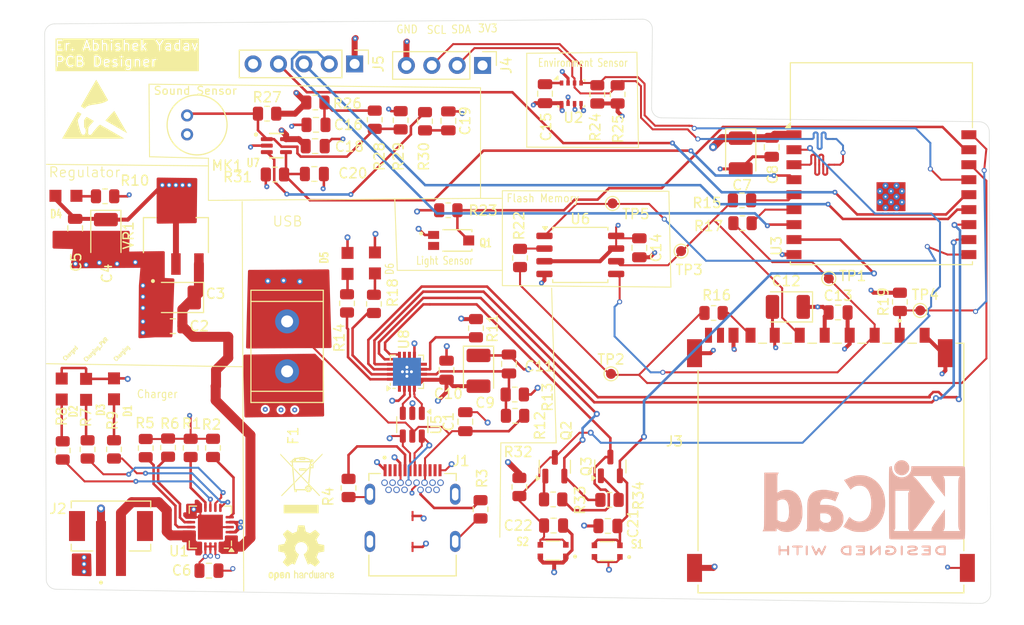
<source format=kicad_pcb>
(kicad_pcb (version 20241229) (generator "pcbnew") (generator_version "9.0")
  (title_block (title "ESP32 IOT ") (date "2025-08-29") (comment 1 "Designed by-Abhishek Yadav"))
  (layers (0 "F.Cu" signal) (4 "In1.Cu" power) (6 "In2.Cu" power) (2 "B.Cu" signal) (13 "F.Paste" user) (15 "B.Paste" user) (5 "F.SilkS" user "F.Silkscreen") (7 "B.SilkS" user "B.Silkscreen") (1 "F.Mask" user) (3 "B.Mask" user) (25 "Edge.Cuts" user))
  (net 0 "")
  (net 1 "/VBUS")
  (net 2 "GND")
  (net 3 "/+5V")
  (net 4 "+3.3V")
  (net 5 "/+5V_USB")
  (net 6 "Net-(U8-VBUS)")
  (net 7 "Net-(C15-Pad2)")
  (net 8 "Net-(C16-Pad2)")
  (net 9 "/ESP32-C3-02/MIC_OUT")
  (net 10 "/ESP32-C3-02/BOOT")
  (net 11 "/ESP32-C3-02/EN")
  (net 12 "Net-(D1-Pad-)")
  (net 13 "Net-(D2-Pad-)")
  (net 14 "Net-(D3-Pad-)")
  (net 15 "/PWD_LED")
  (net 16 "Net-(D5-Pad-)")
  (net 17 "Net-(D6-Pad-)")
  (net 19 "/USB_DP")
  (net 21 "Net-(J1-CC2)")
  (net 28 "/USB_DN")
  (net 30 "Net-(J1-CC1)")
  (net 32 "/VBAT")
  (net 34 "/ESP32-C3-02/CD_SD")
  (net 36 "/ESP32-C3-02/SCLK")
  (net 37 "/ESP32-C3-02/MOSI_DI")
  (net 38 "Net-(J3-DAT0)")
  (net 39 "/ESP32-C3-02/SCL")
  (net 40 "/ESP32-C3-02/SDA")
  (net 41 "/ESP32-C3-02/GPIO18")
  (net 42 "/ESP32-C3-02/GPIO8")
  (net 43 "/ESP32-C3-02/GPIO19")
  (net 44 "Net-(U7-IN+)")
  (net 45 "/ESP32-C3-02/PHOTO_C")
  (net 46 "/ESP32-C3-02/RTS")
  (net 47 "Net-(Q2-B)")
  (net 48 "/ESP32-C3-02/DTR")
  (net 49 "Net-(Q3-B)")
  (net 50 "Net-(U1-~{TE})")
  (net 51 "Net-(U1-THERM)")
  (net 52 "Net-(U1-PROG1)")
  (net 53 "Net-(U1-PROG3)")
  (net 54 "/CHARGING_POWER_GOOD")
  (net 55 "/CHARGED")
  (net 56 "/CHARGING")
  (net 57 "Net-(U8-~{RST})")
  (net 58 "Net-(U8-~{TXT}{slash}GPIO.2)")
  (net 59 "Net-(U3-IO6)")
  (net 60 "/ESP32-C3-02/MISO_DO")
  (net 61 "Net-(U3-IO7)")
  (net 62 "Net-(U8-~{RXT}{slash}GPIO.3)")
  (net 63 "Net-(U6-DO{slash}IO_{1})")
  (net 64 "/ESP32-C3-02/CS")
  (net 65 "/ESP32-C3-02/TX_RX")
  (net 66 "/ESP32-C3-02/RX_TX")
  (net 67 "/ESP32-C3-02/USB_D-")
  (net 68 "/ESP32-C3-02/USB_D+")
  (net 75 "Net-(C19-Pad2)")
  (net 76 "Net-(U7-IN-)")
  (footprint "Resistor_SMD:R_0805_2012Metric" (layer "F.Cu") (at 153.9748 109.0657 -90)
    (property "Reference" "R4")
    (property "Value" "5k1")
  )
  (footprint "Capacitor_SMD:C_0805_2012Metric" (layer "F.Cu") (at 173.6344 69.5808 90)
    (property "Reference" "C15")
    (property "Value" "0.1u")
  )
  (footprint "Package_LGA:Bosch_LGA-8_2.5x2.5mm_P0.65mm_ClockwisePinNumbering" (layer "F.Cu") (at 176.2662 69.5362)
    (property "Reference" "U2")
    (property "Value" "BME280")
  )
  (footprint "Symbol:ESD-Logo_6.6x6mm_SilkScreen" (layer "F.Cu") (at 128.5748 71.12)
    (property "Reference" "REF**" (hide yes))
    (property "Value" "ESD-Logo_6.6x6mm_SilkScreen" (hide yes))
  )
  (footprint "Capacitor_Tantalum_SMD:CP_EIA-3528-21_Kemet-B" (layer "F.Cu") (at 197.9328 90.932 180)
    (property "Reference" "C12")
    (property "Value" "10U")
  )
  (footprint "Resistor_SMD:R_0805_2012Metric" (layer "F.Cu") (at 153.8224 90.5783 -90)
    (property "Reference" "R14")
    (property "Value" "470")
  )
  (footprint "Resistor_SMD:R_0805_2012Metric" (layer "F.Cu") (at 171.0709 108.9641 -90)
    (property "Reference" "R32")
    (property "Value" "10k")
  )
  (footprint "Resistor_SMD:R_0805_2012Metric" (layer "F.Cu") (at 127.8636 105.203 -90)
    (property "Reference" "R7")
    (property "Value" "470")
  )
  (footprint "RF_Module:ESP32-C3-WROOM-02" (layer "F.Cu") (at 207.2946 79.6918)
    (property "Reference" "U3")
    (property "Value" "ESP32-C3-WROOM-02")
  )
  (footprint "USLPT2819DT2TR:SW_USLPT2819DT2TR" (layer "F.Cu") (at 174.441 115.3372 180)
    (property "Reference" "S2")
    (property "Value" "Reset")
  )
  (footprint "LM1117MPX-3.3:VREG_LM1117MPX-3.3" (layer "F.Cu") (at 136.7028 83.7419 90)
    (property "Reference" "VR1")
    (property "Value" "LM1117MPX-3.3")
  )
  (footprint "Resistor_SMD:R_0805_2012Metric" (layer "F.Cu") (at 171.135 86.0317 -90)
    (property "Reference" "R22")
    (property "Value" "50")
  )
  (footprint "Resistor_SMD:R_0805_2012Metric" (layer "F.Cu") (at 193.3975 82.55)
    (property "Reference" "R17")
    (property "Value" "50")
  )
  (footprint "GSD090012SEU:AMPHENOL_GSD090012SEU" (layer "F.Cu") (at 202.245 107.0686)
    (property "Reference" "J3")
    (property "Value" "GSD090012SEU")
  )
  (footprint "Resistor_SMD:R_0805_2012Metric" (layer "F.Cu") (at 129.6143 79.8557)
    (property "Reference" "R10")
    (property "Value" "470")
  )
  (footprint "MAX4466EXK:SOT65P210X110-5N" (layer "F.Cu") (at 146.756 74.7814)
    (property "Reference" "U7")
    (property "Value" "MAX4466EXK")
  )
  (footprint "Capacitor_SMD:C_0805_2012Metric" (layer "F.Cu") (at 136.398 92.8605 180)
    (property "Reference" "C2")
    (property "Value" "0.1u")
  )
  (footprint "Symbol:OSHW-Logo2_7.3x6mm_SilkScreen" (layer "F.Cu") (at 149.2504 115.57)
    (property "Reference" "REF**" (hide yes))
    (property "Value" "OSHW-Logo2_7.3x6mm_SilkScreen" (hide yes))
  )
  (footprint "TestPoint:TestPoint_Pad_D1.0mm" (layer "F.Cu") (at 180.3908 80.5688)
    (property "Reference" "TP5")
    (property "Value" "Test CS")
  )
  (footprint "Resistor_SMD:R_0805_2012Metric" (layer "F.Cu") (at 193.3467 80.264)
    (property "Reference" "R15")
    (property "Value" "50")
  )
  (footprint "Resistor_SMD:R_0805_2012Metric" (layer "F.Cu") (at 150.6543 70.4634 180)
    (property "Reference" "R26")
    (property "Value" "2K")
  )
  (footprint "LTST-C170KRKT:DIOC200X125X110" (layer "F.Cu") (at 156.6164 86.5292 90)
    (property "Reference" "D6")
    (property "Value" "LTST-C170KRKT")
  )
  (footprint "Resistor_SMD:R_0805_2012Metric" (layer "F.Cu") (at 159.1868 72.2414 -90)
    (property "Reference" "R29")
    (property "Value" "1M")
  )
  (footprint "Resistor_SMD:R_0805_2012Metric" (layer "F.Cu") (at 146.6107 77.6732)
    (property "Reference" "R31")
    (property "Value" "100K")
  )
  (footprint "Resistor_SMD:R_0805_2012Metric" (layer "F.Cu") (at 138.176 105.0525 90)
    (property "Reference" "R1")
    (property "Value" "10k")
  )
  (footprint "Capacitor_SMD:C_0805_2012Metric" (layer "F.Cu") (at 150.556 77.6224 180)
    (property "Reference" "C20")
    (property "Value" "0.1u")
  )
  (footprint "Package_SO:SOIC-8_5.3x5.3mm_P1.27mm" (layer "F.Cu") (at 177.165 85.725)
    (property "Reference" "U6")
    (property "Value" "W25Q32JVSS")
  )
  (footprint "TEMT6000X01:TRANS_TEMT6000X01" (layer "F.Cu") (at 164.2416 84.2772)
    (property "Reference" "Q1")
    (property "Value" "TEMT6000X01")
  )
  (footprint "Capacitor_SMD:C_0805_2012Metric" (layer "F.Cu") (at 163.7792 97.266 -90)
    (property "Reference" "C10")
    (property "Value" "0.1u")
  )
  (footprint "Symbol:WEEE-Logo_4.2x6mm_SilkScreen" (layer "F.Cu") (at 149.2504 108.6104)
    (property "Reference" "REF**" (hide yes))
    (property "Value" "WEEE-Logo_4.2x6mm_SilkScreen" (hide yes))
  )
  (footprint "Package_TO_SOT_SMD:SOT-23" (layer "F.Cu") (at 180.1743 106.9086 90)
    (property "Reference" "Q3")
    (property "Value" "BC817")
  )
  (footprint "Resistor_SMD:R_0805_2012Metric" (layer "F.Cu") (at 190.5019 91.5416 180)
    (property "Reference" "R16")
    (property "Value" "50")
  )
  (footprint "Package_DFN_QFN:QFN-20-1EP_4x4mm_P0.5mm_EP2.5x2.5mm" (layer "F.Cu") (at 140.1492 112.9873 180)
    (property "Reference" "U1")
    (property "Value" "MCP73871")
  )
  (footprint "Capacitor_SMD:C_0805_2012Metric" (layer "F.Cu") (at 183.073 85.0138 -90)
    (property "Reference" "C14")
    (property "Value" "0.1u")
  )
  (footprint "Resistor_SMD:R_0805_2012Metric" (layer "F.Cu") (at 161.6252 72.3411 90)
    (property "Reference" "R30")
    (property "Value" "10K")
  )
  (footprint "Capacitor_Tantalum_SMD:CP_EIA-3528-21_Kemet-B" (layer "F.Cu") (at 193.2178 75.5744 -90)
    (property "Reference" "C7")
    (property "Value" "10U")
  )
  (footprint "LTST-C170KGKT:DIOC200X125X110" (layer "F.Cu") (at 153.8732 86.58 90)
    (property "Reference" "D5")
    (property "Value" "LTST-C170KGKT")
  )
  (footprint "Resistor_SMD:R_0805_2012Metric" (layer "F.Cu") (at 135.9154 105.0233 -90)
    (property "Reference" "R6")
    (property "Value" "10k")
  )
  (footprint "Capacitor_SMD:C_0805_2012Metric" (layer "F.Cu") (at 165.6588 102.428 90)
    (property "Reference" "C1")
    (property "Value" "0.1u")
  )
  (footprint "Capacitor_SMD:C_0805_2012Metric" (layer "F.Cu") (at 202.9612 91.4908)
    (property "Reference" "C13")
    (property "Value" "0.1u")
  )
  (footprint "Resistor_SMD:R_0805_2012Metric" (layer "F.Cu") (at 145.8245 71.581)
    (property "Reference" "R27")
    (property "Value" "1M")
  )
  (footprint "Resistor_SMD:R_0805_2012Metric" (layer "F.Cu") (at 166.7256 93.0656 -90)
    (property "Reference" "R11")
    (property "Value" "1k")
  )
  (footprint "Resistor_SMD:R_0805_2012Metric" (layer "F.Cu") (at 140.4112 105.0525 90)
    (property "Reference" "R2")
    (property "Value" "10k")
  )
  (footprint "Resistor_SMD:R_0805_2012Metric" (layer "F.Cu") (at 209.1436 90.4259 90)
    (property "Reference" "R19")
    (property "Value" "10k")
  )
  (footprint "LTST-C170KRKT:DIOC200X125X110" (layer "F.Cu") (at 125.696 79.8049 180)
    (property "Reference" "D4")
    (property "Value" "LTST-C170KRKT")
  )
  (footprint "LTST-C170KGKT:DIOC200X125X110" (layer "F.Cu") (at 125.2747 99.1559 90)
    (property "Reference" "D2")
    (property "Value" "LTST-C170KGKT")
  )
  (footprint "Resistor_SMD:R_0805_2012Metric" (layer "F.Cu") (at 180.086 110.2614)
    (property "Reference" "R34")
    (property "Value" "10k")
  )
  (footprint "MountingHole:MountingHole_2.5mm" (layer "F.Cu") (at 168.5036 116.6876)
    (property "Reference" "REF**" (hide yes))
    (property "Value" "MountingHole_2.5mm")
  )
  (footprint "B2B-PH-SM4-TB:JST_B2B-PH-SM4-TB" (layer "F.Cu") (at 130.204 112.8757)
    (property "Reference" "J2")
    (property "Value" "B2B-PH-SM4-TB")
  )
  (footprint "Resistor_SMD:R_0805_2012Metric" (layer "F.Cu") (at 130.5052 105.1992 -90)
    (property "Reference" "R9")
    (property "Value" "470")
  )
  (footprint "Package_TO_SOT_SMD:SOT-23" (layer "F.Cu") (at 174.6167 106.9363 90)
    (property "Reference" "Q2")
    (property "Value" "BC817")
  )
  (footprint "Capacitor_SMD:C_0805_2012Metric" (layer "F.Cu") (at 179.9253 112.8692 180)
    (property "Reference" "C21")
    (property "Value" "0.1u")
  )
  (footprint "Package_DFN_QFN:SiliconLabs_QFN-20-1EP_3x3mm_P0.5mm_EP1.8x1.8mm_ThermalVias" (layer "F.Cu") (at 159.8168 97.4272 90)
    (property "Reference" "U8")
    (property "Value" "CP2102N-Axx-xQFN20")
  )
  (footprint "Capacitor_SMD:C_0805_2012Metric" (layer "F.Cu") (at 174.4897 112.8268)
    (property "Reference" "C22")
    (property "Value" "1u")
  )
  (footprint "Capacitor_Tantalum_SMD:CP_EIA-3528-21_Kemet-B" (layer "F.Cu") (at 129.6924 83.7325 -90)
    (property "Reference" "C4")
    (property "Value" "10u")
  )
  (footprint "Capacitor_SMD:C_0805_2012Metric" (layer "F.Cu") (at 196.3166 74.9452 -90)
    (property "Reference" "C8")
    (property "Value" "0.1u")
  )
  (footprint "Capacitor_Tantalum_SMD:CP_EIA-3528-21_Kemet-B" (layer "F.Cu") (at 166.9796 97.3328 -90)
    (property "Reference" "C9")
    (property "Value" "4.7u")
  )
  (footprint "Resistor_SMD:R_0805_2012Metric" (layer "F.Cu") (at 178.8668 69.6487 -90)
    (property "Reference" "R24")
    (property "Value" "4K7")
  )
  (footprint "Capacitor_SMD:C_0805_2012Metric" (layer "F.Cu") (at 126.619 83.0663 -90)
    (property "Reference" "C5")
    (property "Value" "0.1u")
  )
  (footprint "TestPoint:TestPoint_Pad_D1.0mm" (layer "F.Cu") (at 180.2384 97.6376)
    (property "Reference" "TP2")
    (property "Value" "Test MISO")
  )
  (footprint "Resistor_SMD:R_0805_2012Metric" (layer "F.Cu") (at 167.1828 111.2012 -90)
    (property "Reference" "R3")
    (property "Value" "5k1")
  )
  (footprint "Resistor_THT:R_Radial_Power_L11.0mm_W7.0mm_P5.00mm" (layer "F.Cu") (at 147.828 97.3836 90)
    (property "Reference" "F1")
    (property "Value" "Polyfuse")
  )
  (footprint "Resistor_SMD:R_0805_2012Metric" (layer "F.Cu") (at 170.6372 101.838 180)
    (property "Reference" "R12")
    (property "Value" "22K1")
  )
  (footprint "Resistor_SMD:R_0805_2012Metric" (layer "F.Cu") (at 170.608 99.7044)
    (property "Reference" "R13")
    (property "Value" "47K5")
  )
  (footprint "TestPoint:TestPoint_Pad_D1.0mm" (layer "F.Cu") (at 187.2488 85.344)
    (property "Reference" "TP3")
    (property "Value" "Test SCLK")
  )
  (footprint "Capacitor_SMD:C_0805_2012Metric" (layer "F.Cu") (at 140.0068 117.3461)
    (property "Reference" "C6")
    (property "Value" "1u")
  )
  (footprint "USLPT2819DT2TR:SW_USLPT2819DT2TR" (layer "F.Cu") (at 179.8543 115.388 180)
    (property "Reference" "S1")
    (property "Value" "Boot")
  )
  (footprint "Connector_PinHeader_2.54mm:PinHeader_1x05_P2.54mm_Vertical" (layer "F.Cu") (at 154.5844 66.5988 -90)
    (property "Reference" "J5")
    (property "Value" "Conn_01x05_Pin")
  )
  (footprint "Resistor_SMD:R_0805_2012Metric" (layer "F.Cu") (at 180.8988 69.6487 -90)
    (property "Reference" "R25")
    (property "Value" "4K7")
  )
  (footprint "Resistor_SMD:R_0805_2012Metric" (layer "F.Cu") (at 156.596 72.1887 90)
    (property "Reference" "R28")
    (property "Value" "2K")
  )
  (footprint "Connector_PinHeader_2.54mm:PinHeader_1x04_P2.54mm_Vertical" (layer "F.Cu") (at 167.386 66.7512 -90)
    (property "Reference" "J4")
    (property "Value" "Conn_01x04_Pin")
  )
  (footprint "Resistor_SMD:R_0805_2012Metric" (layer "F.Cu") (at 174.4472 110.2106 180)
    (property "Reference" "R33")
    (property "Value" "10k")
  )
  (footprint "Capacitor_SMD:C_0805_2012Metric" (layer "F.Cu") (at 163.962 72.3036 -90)
    (property "Reference" "C19")
    (property "Value" "1u")
  )
  (footprint "Resistor_SMD:R_0805_2012Metric" (layer "F.Cu") (at 163.9551 81.2546)
    (property "Reference" "R23")
    (property "Value" "10K")
  )
  (footprint "LTST-C170KRKT:DIOC200X125X110" (layer "F.Cu") (at 130.5071 99.1391 90)
    (property "Reference" "D1")
    (property "Value" "LTST-C170KRKT")
  )
  (footprint "TestPoint:TestPoint_Pad_D1.0mm" (layer "F.Cu") (at 202.0316 88.0872)
    (property "Reference" "TP1")
    (property "Value" "Test MOSI")
  )
  (footprint "MountingHole:MountingHole_2.5mm" (layer "F.Cu") (at 127.1524 91.6413)
    (property "Reference" "REF**" (hide yes))
    (property "Value" "MountingHole_2.5mm")
  )
  (footprint "Resistor_SMD:R_0805_2012Metric" (layer "F.Cu") (at 156.5148 90.6291 -90)
    (property "Reference" "R18")
    (property "Value" "470")
  )
  (footprint "Resistor_SMD:R_0805_2012Metric" (layer "F.Cu") (at 133.6802 105.0741 -90)
    (property "Reference" "R5")
    (property "Value" "2k")
  )
  (footprint "Capacitor_Tantalum_SMD:CP_EIA-3528-21_Kemet-B" (layer "F.Cu") (at 136.9982 89.9903 180)
    (property "Reference" "C3")
    (property "Value" "10u")
  )
  (footprint "Capacitor_SMD:C_0805_2012Metric" (layer "F.Cu") (at 150.7184 72.6986)
    (property "Reference" "C16")
    (property "Value" "0.1u")
  )
  (footprint "Package_TO_SOT_SMD:SOT-23-6" (layer "F.Cu") (at 160.35515 102.7283 -90)
    (property "Reference" "U5")
    (property "Value" "USBLC6-2SC6")
  )
  (footprint "TestPoint:TestPoint_Pad_D1.0mm" (layer "F.Cu") (at 211.1756 91.2876)
    (property "Reference" "TP4")
    (property "Value" "Test CS_SD")
  )
  (footprint "Capacitor_SMD:C_0805_2012Metric" (layer "F.Cu") (at 170.0276 96.6462 90)
    (property "Reference" "C11")
    (property "Value" "1u")
  )
  (footprint "LTST-C170TBKT:DIOC200X125X110" (layer "F.Cu") (at 127.7131 99.1899 90)
    (property "Reference" "D3")
    (property "Value" "LTST-C170TBKT")
  )
  (footprint "Capacitor_SMD:C_0805_2012Metric" (layer "F.Cu") (at 150.6372 74.8322)
    (property "Reference" "C18")
    (property "Value" "0.1u")
  )
  (footprint "MountingHole:MountingHole_2.5mm" (layer "F.Cu") (at 183.5912 92.5068)
    (property "Reference" "REF**" (hide yes))
    (property "Value" "MountingHole_2.5mm")
  )
  (footprint "SS-52400-003:BELFUSE_SS-52400-003" (layer "F.Cu") (at 160.3796 114.4196)
    (property "Reference" "J1")
    (property "Value" "SS-52400-003")
  )
  (footprint "Resistor_SMD:R_0805_2012Metric" (layer "F.Cu") (at 125.3744 105.3046 -90)
    (property "Reference" "R8")
    (property "Value" "470")
  )
  (footprint "CMC-5042PF-AC:CUI_CMC-5042PF-AC" (layer "F.Cu") (at 138.8204 72.71 180)
    (property "Reference" "MK1")
    (property "Value" "CMC-5042PF-AC")
  )
  (footprint "Symbol:KiCad-Logo2_8mm_SilkScreen" (layer "B.Cu") (at 205.546693 110.225224 180)
    (property "Reference" "REF**" (hide yes))
    (property "Value" "KiCad-Logo2_8mm_SilkScreen" (hide yes))
  )
  (gr_line (start 143.3322 80.391) (end 143.4846 119.38) (stroke (width 0.1)) (layer "F.SilkS"))
  (gr_line (start 169.3672 79.2988) (end 169.3672 88.7984) (stroke (width 0.1)) (layer "F.SilkS"))
  (gr_line (start 186.2328 88.9508) (end 186.0296 79.3496) (stroke (width 0.1)) (layer "F.SilkS"))
  (gr_line (start 171.8056 65.532) (end 171.8056 74.93) (stroke (width 0.1)) (layer "F.SilkS"))
  (gr_line (start 169.2148 104.5464) (end 174.752 104.5464) (stroke (width 0.1)) (layer "F.SilkS"))
  (gr_line (start 139.954 80.264) (end 167.1828 80.0608) (stroke (width 0.1)) (layer "F.SilkS"))
  (gr_line (start 182.9816 74.9808) (end 182.8292 65.4304) (stroke (width 0.1)) (layer "F.SilkS"))
  (gr_line (start 134.0612 75.8952) (end 139.954 76.0476) (stroke (width 0.1)) (layer "F.SilkS"))
  (gr_line (start 139.954 76.0476) (end 139.954 80.264) (stroke (width 0.1)) (layer "F.SilkS"))
  (gr_line (start 174.752 104.5464) (end 174.2948 89.0524) (stroke (width 0.1)) (layer "F.SilkS"))
  (gr_line (start 123.7488 96.6216) (end 143.3576 96.9264) (stroke (width 0.1)) (layer "F.SilkS"))
  (gr_line (start 169.1132 113.9952) (end 169.2148 104.5464) (stroke (width 0.1)) (layer "F.SilkS"))
  (gr_line (start 134.0104 68.6308) (end 134.0612 75.8952) (stroke (width 0.1)) (layer "F.SilkS"))
  (gr_line (start 182.8292 65.4304) (end 171.8056 65.532) (stroke (width 0.1)) (layer "F.SilkS"))
  (gr_line (start 167.1828 80.0608) (end 167.1828 68.9864) (stroke (width 0.1)) (layer "F.SilkS"))
  (gr_line (start 123.7488 76.6572) (end 139.954 76.8096) (stroke (width 0.1)) (layer "F.SilkS"))
  (gr_line (start 169.3672 88.7984) (end 186.2328 88.9508) (stroke (width 0.1)) (layer "F.SilkS"))
  (gr_line (start 167.1828 80.0608) (end 169.3672 80.0608) (stroke (width 0.1)) (layer "F.SilkS"))
  (gr_line (start 186.0296 79.3496) (end 169.3672 79.2988) (stroke (width 0.1)) (layer "F.SilkS"))
  (gr_line (start 167.1828 68.9864) (end 134.0104 68.6308) (stroke (width 0.1)) (layer "F.SilkS"))
  (gr_line (start 158.8516 87.2744) (end 169.3672 87.2744) (stroke (width 0.1)) (layer "F.SilkS"))
  (gr_line (start 171.8056 74.93) (end 182.9816 74.9808) (stroke (width 0.1)) (layer "F.SilkS"))
  (gr_line (start 158.5976 80.1116) (end 158.8516 87.2744) (stroke (width 0.1)) (layer "F.SilkS"))
  (gr_arc (start 217.099877 72.389804) (mid 217.797868 72.685882) (end 218.087511 73.386568) (stroke (width 0.05)) (layer "Edge.Cuts"))
  (gr_arc (start 185.284741 71.99652) (mid 184.587763 71.700673) (end 184.297903 71.001184) (stroke (width 0.05)) (layer "Edge.Cuts"))
  (gr_line (start 217.099877 72.389804) (end 185.284741 71.99652) (stroke (width 0.05)) (layer "Edge.Cuts"))
  (gr_line (start 218.233582 119.621726) (end 218.087511 73.386568) (stroke (width 0.05)) (layer "Edge.Cuts"))
  (gr_arc (start 123.567678 63.590445) (mid 123.856711 62.88426) (end 124.559687 62.587563) (stroke (width 0.05)) (layer "Edge.Cuts"))
  (gr_line (start 183.370834 62.117824) (end 124.559687 62.587563) (stroke (width 0.05)) (layer "Edge.Cuts"))
  (gr_arc (start 124.711423 119.206147) (mid 124.015312 118.908949) (end 123.72676 118.209178) (stroke (width 0.05)) (layer "Edge.Cuts"))
  (gr_line (start 184.378768 63.128063) (end 184.297903 71.001184) (stroke (width 0.05)) (layer "Edge.Cuts"))
  (gr_arc (start 183.370834 62.117824) (mid 184.086735 62.411493) (end 184.378768 63.128063) (stroke (width 0.05)) (layer "Edge.Cuts"))
  (gr_line (start 123.567678 63.590445) (end 123.72676 118.209178) (stroke (width 0.05)) (layer "Edge.Cuts"))
  (gr_line (start 124.711423 119.206147) (end 217.218254 120.624767) (stroke (width 0.05)) (layer "Edge.Cuts"))
  (gr_arc (start 218.233582 119.621726) (mid 217.936376 120.336283) (end 217.218254 120.624767) (stroke (width 0.05)) (layer "Edge.Cuts"))
  (gr_text "Light Sensor" (at 160.6804 86.7664 0) (layer "F.SilkS") (effects (font (size 0.8 0.6) (thickness 0.1)) (justify left bottom)))
  (gr_text "GND" (at 158.6992 63.6016 0) (layer "F.SilkS") (effects (font (size 0.8 0.7) (thickness 0.1)) (justify left bottom)))
  (gr_text "SDA" (at 164.1856 63.6016 0) (layer "F.SilkS") (effects (font (size 0.8 0.7) (thickness 0.1)) (justify left bottom)))
  (gr_text "Regulator" (at 123.9012 78.0288 0) (layer "F.SilkS") (effects (font (size 1 1) (thickness 0.1)) (justify left bottom)))
  (gr_text "Flash Memory" (at 169.7228 80.518 0) (layer "F.SilkS") (effects (font (size 0.8 0.7) (thickness 0.1)) (justify left bottom)))
  (gr_text "Environment Sensor" (at 172.8724 66.9544 0) (layer "F.SilkS") (effects (font (size 0.8 0.6) (thickness 0.1)) (justify left bottom)))
  (gr_text "SCL" (at 161.7472 63.6524 0) (layer "F.SilkS") (effects (font (size 0.8 0.7) (thickness 0.1)) (justify left bottom)))
  (gr_text "3V3" (at 166.878 63.5 0) (layer "F.SilkS") (effects (font (size 0.8 0.7) (thickness 0.1)) (justify left bottom)))
  (gr_text "Charged" (at 125.6284 96.4184 45) (layer "F.SilkS") (effects (font (size 0.4 0.3) (thickness 0.075) (bold yes)) (justify left bottom)))
  (gr_text "Charging_PWR" (at 127.7112 96.52 45) (layer "F.SilkS") (effects (font (size 0.4 0.3) (thickness 0.075)) (justify left bottom)))
  (gr_text "Charging" (at 130.7084 96.4692 45) (layer "F.SilkS") (effects (font (size 0.4 0.3) (thickness 0.075)) (justify left bottom)))
  (gr_text "USB" (at 146.304 82.9564 0) (layer "F.SilkS") (effects (font (size 1 1) (thickness 0.1)) (justify left bottom)))
  (gr_text "Charger" (at 132.7404 100.1268 0) (layer "F.SilkS") (effects (font (size 0.8 0.7) (thickness 0.1)) (justify left bottom)))
  (gr_text "Er. Abhishek Yadav\nPCB Designer" (at 124.5108 66.9544 0) (layer "F.SilkS" knockout) (effects (font (size 1 1) (thickness 0.12) (bold yes)) (justify left bottom)))
  (gr_text "Sound Sensor" (at 134.4168 69.7484 0) (layer "F.SilkS") (effects (font (size 0.8 0.8) (thickness 0.12)) (justify left bottom)))
  (via (at 148.59 101.2444) (size 0.5) (drill 0.2) (layers "F.Cu" "B.Cu") (net 0))
  (via (at 147.2184 101.2444) (size 0.5) (drill 0.2) (layers "F.Cu" "B.Cu") (net 0))
  (via (at 145.6436 101.1936) (size 0.5) (drill 0.2) (layers "F.Cu" "B.Cu") (net 0))
  (segment (start 171.5497 101.838) (end 170.0097 103.378) (width 0.254) (layer "F.Cu") (net 1))
  (segment (start 159.1296 106.5516) (end 158.5722 105.9942) (width 0.254) (layer "F.Cu") (net 1))
  (segment (start 160.35515 103.8658) (end 160.35515 103.582044) (width 0.2) (layer "F.Cu") (net 1))
  (segment (start 160.35515 103.8658) (end 160.35515 103.203301) (width 0.2) (layer "F.Cu") (net 1))
  (segment (start 170.0097 103.378) (end 165.6588 103.378) (width 0.254) (layer "F.Cu") (net 1))
  (segment (start 163.3535 102.9523) (end 164.0586 103.6574) (width 0.2) (layer "F.Cu") (net 1))
  (segment (start 161.6296 106.0864) (end 161.6296 107.2896) (width 0.2) (layer "F.Cu") (net 1))
  (segment (start 160.35515 103.203301) (end 159.666249 102.5144) (width 0.2) (layer "F.Cu") (net 1))
  (segment (start 164.338 103.378) (end 164.0586 103.6574) (width 0.2) (layer "F.Cu") (net 1))
  (segment (start 159.1796 108.5396) (end 159.1796 107.3396) (width 0.2) (layer "F.Cu") (net 1))
  (segment (start 159.666249 102.5144) (end 157.9588 102.5144) (width 0.2) (layer "F.Cu") (net 1))
  (segment (start 160.984894 102.9523) (end 163.3535 102.9523) (width 0.2) (layer "F.Cu") (net 1))
  (segment (start 164.0586 103.6574) (end 161.9504 105.7656) (width 0.2) (layer "F.Cu") (net 1))
  (segment (start 160.35515 103.582044) (end 160.984894 102.9523) (width 0.2) (layer "F.Cu") (net 1))
  (segment (start 161.9504 105.7656) (end 161.6296 106.0864) (width 0.2) (layer "F.Cu") (net 1))
  (segment (start 158.5722 105.9942) (end 158.5468 105.9688) (width 0.254) (layer "F.Cu") (net 1))
  (segment (start 159.1296 107.2896) (end 159.1296 106.5516) (width 0.254) (layer "F.Cu") (net 1))
  (segment (start 161.6296 107.2896) (end 161.6296 108.4896) (width 0.2) (layer "F.Cu") (net 1))
  (segment (start 161.6296 108.4896) (end 161.5796 108.5396) (width 0.2) (layer "F.Cu") (net 1))
  (segment (start 157.9588 102.5144) (end 147.828 92.3836) (width 0.2) (layer "F.Cu") (net 1))
  (segment (start 159.1796 107.3396) (end 159.1296 107.2896) (width 0.2) (layer "F.Cu") (net 1))
  (segment (start 165.6588 103.378) (end 164.338 103.378) (width 0.2) (layer "F.Cu") (net 1))
  (via (at 145.8976 88.3412) (size 0.6) (drill 0.3) (layers "F.Cu" "B.Cu") (net 1))
  (via (at 147.4724 88.2904) (size 0.6) (drill 0.3) (layers "F.Cu" "B.Cu") (net 1))
  (via (at 158.5722 105.9942) (size 0.6) (drill 0.3) (layers "F.Cu" "B.Cu") (net 1))
  (via (at 149.098 88.392) (size 0.6) (drill 0.3) (layers "F.Cu" "B.Cu") (net 1))
  (segment (start 159.766 66.7512) (end 159.766 64.4144) (width 0.6) (layer "F.Cu") (net 2))
  (segment (start 151.506 79.0244) (end 151.4348 79.0956) (width 0.254) (layer "F.Cu") (net 2))
  (segment (start 203.9112 91.4908) (end 203.9112 93.5598) (width 0.4) (layer "F.Cu") (net 2))
  (segment (start 160.5668 94.5896) (end 160.5668 94.5) (width 0.254) (layer "F.Cu") (net 2))
  (segment (start 163.8046 94.869) (end 163.83 94.8436) (width 0.254) (layer "F.Cu") (net 2))
  (segment (start 172.8978 99.0346) (end 172.9232 99.0092) (width 0.254) (layer "F.Cu") (net 2))
  (segment (start 196.3928 90.932) (end 196.3928 93.5414) (width 0.3) (layer "F.Cu") (net 2))
  (segment (start 175.4397 112.8268) (end 176.342 113.7291) (width 0.3) (layer "F.Cu") (net 2))
  (segment (start 160.5668 95.8772) (end 160.5668 94.5896) (width 0.254) (layer "F.Cu") (net 2))
  (segment (start 179.9844 116.489) (end 179.9844 117.1956) (width 0.2) (layer "F.Cu") (net 2))
  (segment (start 139.1492 111.9873) (end 138.2117 111.9873) (width 0.2) (layer "F.Cu") (net 2))
  (segment (start 194.437 75.8952) (end 193.2178 77.1144) (width 0.3) (layer "F.Cu") (net 2))
  (segment (start 163.1296 107.2896) (end 163.6776 107.2896) (width 0.2) (layer "F.Cu") (net 2))
  (segment (start 159.5668 98.9772) (end 159.5668 99.7332) (width 0.254) (layer "F.Cu") (net 2))
  (segment (start 177.5884 112.8692) (end 177.546 112.8268) (width 0.3) (layer "F.Cu") (net 2))
  (segment (start 171.5205 99.7044) (end 172.228 99.7044) (width 0.254) (layer "F.Cu") (net 2))
  (segment (start 183.073 85.9638) (end 184.1398 85.9638) (width 0.4) (layer "F.Cu") (net 2))
  (segment (start 179.9844 117.1956) (end 180.0352 117.2464) (width 0.2) (layer "F.Cu") (net 2))
  (segment (start 138.176 104.14) (end 138.176 101.9048) (width 0.2) (layer "F.Cu") (net 2))
  (segment (start 193.2178 77.1144) (end 191.1604 77.1144) (width 0.3) (layer "F.Cu") (net 2))
  (segment (start 204.12 93.7686) (end 204.12 94.6348) (width 0.4) (layer "F.Cu") (net 2))
  (segment (start 175.9412 70.5612) (end 175.9412 69.9216) (width 0.254) (layer "F.Cu") (net 2))
  (segment (start 140.4112 104.14) (end 138.176 104.14) (width 0.2) (layer "F.Cu") (net 2))
  (segment (start 153.9748 109.9782) (end 155.821 109.9782) (width 0.2) (layer "F.Cu") (net 2))
  (segment (start 179.9844 116.489) (end 180.796136 116.489) (width 0.2) (layer "F.Cu") (net 2))
  (segment (start 170.0276 95.6962) (end 171.5118 97.1804) (width 0.254) (layer "F.Cu") (net 2))
  (segment (start 213.995 117.0686) (end 213.9188 116.9924) (width 0.2) (layer "F.Cu") (net 2))
  (segment (start 196.723 95.0214) (end 196.7992 95.0976) (width 0.3) (layer "F.Cu") (net 2))
  (segment (start 192.495 93.7686) (end 192.495 95.1114) (width 0.4) (layer "F.Cu") (net 2))
  (segment (start 213.42 95.5686) (end 211.62 93.7686) (width 0.4) (layer "F.Cu") (net 2))
  (segment (start 197.3658 85.6918) (end 197.358 85.6996) (width 0.4) (layer "F.Cu") (net 2))
  (segment (start 172.228 99.7044) (end 172.8978 99.0346) (width 0.254) (layer "F.Cu") (net 2))
  (segment (start 139.1492 111.0498) (end 139.1492 111.9873) (width 0.2) (layer "F.Cu") (net 2))
  (segment (start 158.2477 71.3289) (end 158.0388 71.12) (width 0.254) (layer "F.Cu") (net 2))
  (segment (start 190.4746 95.2754) (end 190.5 95.25) (width 0.4) (layer "F.Cu") (net 2))
  (segment (start 198.5446 85.6918) (end 197.3658 85.6918) (width 0.4) (layer "F.Cu") (net 2))
  (segment (start 176.342 113.7291) (end 176.342 115.2912) (width 0.3) (layer "F.Cu") (net 2))
  (segment (start 159.1868 71.3289) (end 158.2477 71.3289) (width 0.254) (layer "F.Cu") (net 2))
  (segment (start 196.62 93.7686) (end 196.62 94.9184) (width 0.3) (layer "F.Cu") (net 2))
  (segment (start 145.6982 77.6732) (end 145.6982 78.7946) (width 0.254) (layer "F.Cu") (net 2))
  (segment (start 174.5488 116.5382) (end 175.424258 116.5382) (width 0.4) (layer "F.Cu") (net 2))
  (segment (start 138.176 104.14) (end 135.9446 104.14) (width 0.2) (layer "F.Cu") (net 2))
  (segment (start 173.5775 88.2457) (end 173.2788 88.5444) (width 0.4) (layer "F.Cu") (net 2))
  (segment (start 162.4866 83.7272) (end 161.6036 83.7272) (width 0.254) (layer "F.Cu") (net 2))
  (segment (start 161.6036 83.7272) (end 160.9852 83.1088) (width 0.254) (layer "F.Cu") (net 2))
  (segment (start 160.3796 114.9696) (end 161.3824 114.9696) (width 0.254) (layer "F.Cu") (net 2))
  (segment (start 196.3928 93.5414) (end 196.62 93.7686) (width 0.3) (layer "F.Cu") (net 2))
  (segment (start 188.595 117.0686) (end 190.4746 117.0686) (width 0.6) (layer "F.Cu") (net 2))
  (segment (start 178.5793 115.968) (end 178.5793 116.155836) (width 0.2) (layer "F.Cu") (net 2))
  (segment (start 145.796 74.7814) (end 144.319 74.7814) (width 0.254) (layer "F.Cu") (net 2))
  (segment (start 213.695 97.3026) (end 213.36 97.6376) (width 0.4) (layer "F.Cu") (net 2))
  (segment (start 144.319 74.7814) (end 144.1704 74.93) (width 0.254) (layer "F.Cu") (net 2))
  (segment (start 184.1398 85.9638) (end 184.6072 85.4964) (width 0.4) (layer "F.Cu") (net 2))
  (segment (start 175.424258 116.5382) (end 175.716 116.246458) (width 0.4) (layer "F.Cu") (net 2))
  (segment (start 161.3824 114.9696) (end 161.7218 114.6302) (width 0.254) (layer "F.Cu") (net 2))
  (segment (start 176.342 115.2912) (end 175.716 115.9172) (width 0.3) (layer "F.Cu") (net 2))
  (segment (start 188.595 95.5686) (end 190.1814 95.5686) (width 0.4) (layer "F.Cu") (net 2))
  (segment (start 166.9555 112.1137) (end 164.6496 114.4196) (width 0.2) (layer "F.Cu") (net 2))
  (segment (start 157.6296 107.2896) (end 157.6296 107.2868) (width 0.254) (layer "F.Cu") (net 2))
  (segment (start 196.62 94.9184) (end 196.723 95.0214) (width 0.3) (layer "F.Cu") (net 2))
  (segment (start 160.3796 111.8696) (end 161.2472 111.8696) (width 0.254) (layer "F.Cu") (net 2))
  (segment (start 177.2412 71.0184) (end 177.4952 71.2724) (width 0.254) (layer "F.Cu") (net 2))
  (segment (start 175.716 116.246458) (end 175.716 115.9172) (width 0.4) (layer "F.Cu") (net 2))
  (segment (start 203.9112 93.5598) (end 204.12 93.7686) (width 0.4) (layer "F.Cu") (net 2))
  (segment (start 171.5118 97.1804) (end 171.958 97.1804) (width 0.254) (layer "F.Cu") (net 2))
  (segment (start 213.695 95.5686) (end 213.42 95.5686) (width 0.4) (layer "F.Cu") (net 2))
  (segment (start 180.796136 116.489) (end 181.1293 116.155836) (width 0.2) (layer "F.Cu") (net 2))
  (segment (start 161.7218 114.6302) (end 161.7472 114.6048) (width 0.254) (layer "F.Cu") (net 2))
  (segment (start 149.7684 72.6986) (end 148.4338 72.6986) (width 0.254) (layer "F.Cu") (net 2))
  (segment (start 140.1492 112.9873) (end 142.0867 112.9873) (width 0.2) (layer "F.Cu") (net 2))
  (segment (start 174.5488 116.5382) (end 174.5488 117.5004) (width 0.4) (layer "F.Cu") (net 2))
  (segment (start 163.7792 96.316) (end 163.7792 94.8944) (width 0.254) (layer "F.Cu") (net 2))
  (segment (start 151.5872 74.8322) (end 152.3022 74.1172) (width 0.254) (layer "F.Cu") (net 2))
  (segment (start 178.912464 116.489) (end 179.9844 116.489) (width 0.2) (layer "F.Cu") (net 2))
  (segment (start 190.1814 95.5686) (end 190.4746 95.2754) (width 0.4) (layer "F.Cu") (net 2))
  (segment (start 181.1293 116.155836) (end 181.1293 115.968) (width 0.2) (layer "F.Cu") (net 2))
  (segment (start 173.5775 87.63) (end 173.5775 88.2457) (width 0.4) (layer "F.Cu") (net 2))
  (segment (start 175.9412 69.9216) (end 175.9204 69.9008) (width 0.254) (layer "F.Cu") (net 2))
  (segment (start 196.3166 75.8952) (end 194.437 75.8952) (width 0.3) (layer "F.Cu") (net 2))
  (segment (start 167.1828 112.1137) (end 166.9555 112.1137) (width 0.2) (layer "F.Cu") (net 2))
  (segment (start 129.204 115.1257) (end 129.204 111.1173) (width 0.8) (layer "F.Cu") (net 2))
  (segment (start 148.4338 72.6986) (end 148.2852 72.8472) (width 0.254) (layer "F.Cu") (net 2))
  (segment (start 160.35515 100.60445) (end 160.3756 100.584) (width 0.254) (layer "F.Cu") (net 2))
  (segment (start 190.4746 117.0686) (end 190.6016 116.9416) (width 0.6) (layer "F.Cu") (net 2))
  (segment (start 173.166 115.9172) (end 173.166 116.246458) (width 0.4) (layer "F.Cu") (net 2))
  (segment (start 160.5668 94.5) (end 160.5788 94.488) (width 0.254) (layer "F.Cu") (net 2))
  (segment (start 169.931 95.7928) (end 170.0276 95.6962) (width 0.254) (layer "F.Cu") (net 2))
  (segment (start 139.1492 111.9873) (end 140.1492 112.9873) (width 0.2) (layer "F.Cu") (net 2))
  (segment (start 173.457742 116.5382) (end 174.5488 116.5382) (width 0.4) (layer "F.Cu") (net 2))
  (segment (start 192.495 95.1114) (end 192.5574 95.1738) (width 0.4) (layer "F.Cu") (net 2))
  (segment (start 163.6776 107.2896) (end 164.2872 106.68) (width 0.2) (layer "F.Cu") (net 2))
  (segment (start 163.962 71.3536) (end 165.0288 71.3536) (width 0.254) (layer "F.Cu") (net 2))
  (segment (start 140.9568 117.3461) (end 142.242 117.3461) (width 0.2) (layer "F.Cu") (net 2))
  (segment (start 166.9796 95.7928) (end 169.931 95.7928) (width 0.254) (layer "F.Cu") (net 2))
  (segment (start 145.6982 78.7946) (end 145.796 78.8924) (width 0.254) (layer "F.Cu") (net 2))
  (segment (start 163.7792 94.8944) (end 163.8046 94.869) (width 0.254) (layer "F.Cu") (net 2))
  (segment (start 204.12 94.6348) (end 203.6064 95.1484) (width 0.4) (layer "F.Cu") (net 2))
  (segment (start 158.97 100.33) (end 158.3436 100.33) (width 0.254) (layer "F.Cu") (net 2))
  (segment (start 155.821 109.9782) (end 156.1096 109.6896) (width 0.2) (layer "F.Cu") (net 2))
  (segment (start 165.0288 71.3536) (end 165.3032 71.628) (width 0.254) (layer "F.Cu") (net 2))
  (segment (start 165.6588 101.478) (end 166.8576 101.478) (width 0.2) (layer "F.Cu") (net 2))
  (segment (start 173.166 116.246458) (end 173.457742 116.5382) (width 0.4) (layer "F.Cu") (net 2))
  (segment (start 135.8646 104.1616) (end 135.9154 104.1108) (width 0.2) (layer "F.Cu") (net 2))
  (segment (start 152.3022 74.1172) (end 153.416 74.1172) (width 0.254) (layer "F.Cu") (net 2))
  (segment (start 159.5668 99.7332) (end 158.97 100.33) (width 0.254) (layer "F.Cu") (net 2))
  (segment (start 161.2472 111.8696) (end 161.4932 112.1156) (width 0.254) (layer "F.Cu") (net 2))
  (segment (start 213.695 95.5686) (end 213.695 97.3026) (width 0.4) (layer "F.Cu") (net 2))
  (segment (start 135.9446 104.14) (end 135.9154 104.1108) (width 0.2) (layer "F.Cu") (net 2))
  (segment (start 142.242 117.3461) (end 142.3944 117.1937) (width 0.2) (layer "F.Cu") (net 2))
  (segment (start 133.6802 104.1616) (end 135.8646 104.1616) (width 0.2) (layer "F.Cu") (net 2))
  (segment (start 178.5793 116.155836) (end 178.912464 116.489) (width 0.2) (layer "F.Cu") (net 2))
  (segment (start 138.176 101.9048) (end 138.0744 101.8032) (width 0.2) (layer "F.Cu") (net 2))
  (segment (start 192.5574 95.1738) (end 192.6336 95.25) (width 0.4) (layer "F.Cu") (net 2))
  (segment (start 130.5268 79.8557) (end 131.8787 79.8557) (width 0.254) (layer "F.Cu") (net 2))
  (segment (start 215.895 117.0686) (end 213.995 117.0686) (width 0.2) (layer "F.Cu") (net 2))
  (segment (start 157.6296 107.2868) (end 156.8196 106.4768) (width 0.254) (layer "F.Cu") (net 2))
  (segment (start 160.35515 101.5908) (end 160.35515 100.60445) (width 0.254) (layer "F.Cu") (net 2))
  (segment (start 178.9753 112.8692) (end 177.5884 112.8692) (width 0.3) (layer "F.Cu") (net 2))
  (segment (start 151.506 77.6224) (end 151.506 79.0244) (width 0.254) (layer "F.Cu") (net 2))
  (segment (start 159.766 64.4144) (end 159.8168 64.3636) (width 0.6) (layer "F.Cu") (net 2))
  (segment (start 167.894 102.5144) (end 167.9448 102.5652) (width 0.2) (layer "F.Cu") (net 2))
  (segment (start 131.8787 79.8557) (end 132.0292 79.7052) (width 0.254) (layer "F.Cu") (net 2))
  (segment (start 177.2412 70.5612) (end 177.2412 71.0184) (width 0.254) (layer "F.Cu") (net 2))
  (segment (start 166.8576 101.478) (end 167.894 102.5144) (width 0.2) (layer "F.Cu") (net 2))
  (via (at 191.1604 77.1144) (size 0.5) (drill 0.2) (layers "F.Cu" "B.Cu") (net 2))
  (via (at 130.81 86.6121) (size 0.5) (drill 0.3) (layers "F.Cu" "B.Cu") (net 2))
  (via (at 167.894 102.5144) (size 0.6) (drill 0.3) (layers "F.Cu" "B.Cu") (net 2))
  (via (at 127.508 116.0253) (size 0.5) (drill 0.3) (layers "F.Cu" "B.Cu") (net 2))
  (via (at 129.204 111.1173) (size 0.8) (drill 0.4) (layers "F.Cu" "B.Cu") (net 2))
  (via (at 158.3436 100.33) (size 0.6) (drill 0.3) (layers "F.Cu" "B.Cu") (net 2))
  (via (at 151.4348 79.0956) (size 0.5) (drill 0.2) (layers "F.Cu" "B.Cu") (net 2))
  (via (at 145.796 78.8924) (size 0.5) (drill 0.2) (layers "F.Cu" "B.Cu") (net 2))
  (via (at 177.4952 71.2724) (size 0.5) (drill 0.2) (layers "F.Cu" "B.Cu") (net 2))
  (via (at 157.988 71.12) (size 0.5) (drill 0.2) (layers "F.Cu" "B.Cu") (net 2))
  (via (at 164.2872 106.68) (size 0.6) (drill 0.3) (layers "F.Cu" "B.Cu") (net 2))
  (via (at 163.8046 94.869) (size 0.6) (drill 0.3) (layers "F.Cu" "B.Cu") (net 2))
  (via (at 192.5574 95.1738) (size 0.5) (drill 0.2) (layers "F.Cu" "B.Cu") (net 2))
  (via (at 165.354 71.5772) (size 0.5) (drill 0.2) (layers "F.Cu" "B.Cu") (net 2))
  (via (at 174.5488 117.5004) (size 0.6) (drill 0.3) (layers "F.Cu" "B.Cu") (net 2))
  (via (at 133.4008 93.5209) (size 0.5) (drill 0.3) (layers "F.Cu" "B.Cu") (net 2))
  (via (at 213.36 97.6376) (size 0.5) (drill 0.2) (layers "F.Cu" "B.Cu") (net 2))
  (via (at 127.508 116.6857) (size 0.5) (drill 0.3) (layers "F.Cu" "B.Cu") (net 2))
  (via (at 184.6072 85.4964) (size 0.5) (drill 0.2) (layers "F.Cu" "B.Cu") (net 2))
  (via (at 196.723 95.0214) (size 0.5) (drill 0.2) (layers "F.Cu" "B.Cu") (net 2))
  (via (at 138.4828 111.1993) (size 0.5) (drill 0.3) (layers "F.Cu" "B.Cu") (net 2))
  (via (at 159.8168 64.3636) (size 0.5) (drill 0.2) (layers "F.Cu" "B.Cu") (net 2))
  (via (at 190.4746 95.2754) (size 0.5) (drill 0.2) (layers "F.Cu" "B.Cu") (net 2))
  (via (at 160.9852 83.1088) (size 0.6) (drill 0.3) (layers "F.Cu" "B.Cu") (net 2))
  (via (at 172.8978 99.0346) (size 0.6) (drill 0.3) (layers "F.Cu" "B.Cu") (net 2))
  (via (at 156.8196 106.4768) (size 0.6) (drill 0.3) (layers "F.Cu" "B.Cu") (net 2))
  (via (at 133.4008 91.0317) (size 0.5) (drill 0.3) (layers "F.Cu" "B.Cu") (net 2))
  (via (at 171.958 97.1804) (size 0.6) (drill 0.3) (layers "F.Cu" "B.Cu") (net 2))
  (via (at 177.546 112.8268) (size 0.6) (drill 0.3) (layers "F.Cu" "B.Cu") (net 2))
  (via (at 133.4008 88.7965) (size 0.5) (drill 0.3) (layers "F.Cu" "B.Cu") (net 2))
  (via (at 161.7218 114.6302) (size 0.6) (drill 0.3) (layers "F.Cu" "B.Cu") (net 2))
  (via (at 153.416 74.1172) (size 0.5) (drill 0.2) (layers "F.Cu" "B.Cu") (net 2))
  (via (at 133.4008 92.4033) (size 0.5) (drill 0.3) (layers "F.Cu" "B.Cu") (net 2))
  (via (at 190.6016 116.9416) (size 0.6) (drill 0.3) (layers "F.Cu" "B.Cu") (net 2))
  (via (at 132.6388 86.4597) (size 0.5) (drill 0.3) (layers "F.Cu" "B.Cu") (net 2))
  (via (at 138.0744 101.8032) (size 0.5) (drill 0.2) (layers "F.Cu" "B.Cu") (net 2))
  (via (at 175.9412 69.9216) (size 0.5) (drill 0.2) (layers "F.Cu" "B.Cu") (net 2))
  (via (at 213.9188 116.9924) (size 0.5) (drill 0.2) (layers "F.Cu" "B.Cu") (net 2))
  (via (at 142.3944 117.1429) (size 0.5) (drill 0.3) (layers "F.Cu" "B.Cu") (net 2))
  (via (at 126.6444 86.6121) (size 0.5) (drill 0.3) (layers "F.Cu" "B.Cu") (net 2))
  (via (at 127.508 117.4477) (size 0.5) (drill 0.3) (layers "F.Cu" "B.Cu") (net 2))
  (via (at 197.3658 85.6918) (size 0.5) (drill 0.2) (layers "F.Cu" "B.Cu") (net 2))
  (via (at 180.0352 117.2464) (size 0.6) (drill 0.3) (layers "F.Cu" "B.Cu") (net 2))
  (via (at 148.2852 72.8472) (size 0.5) (drill 0.2) (layers "F.Cu" "B.Cu") (net 2))
  (via (at 144.1704 74.93) (size 0.5) (drill 0.2) (layers "F.Cu" "B.Cu") (net 2))
  (via (at 160.3756 100.584) (size 0.6) (drill 0.3) (layers "F.Cu" "B.Cu") (net 2))
  (via (at 129.032 86.5105) (size 0.5) (drill 0.3) (layers "F.Cu" "B.Cu") (net 2))
  (via (at 133.4008 89.9141) (size 0.5) (drill 0.3) (layers "F.Cu" "B.Cu") (net 2))
  (via (at 132.0292 79.7052) (size 0.5) (drill 0.2) (layers "F.Cu" "B.Cu") (net 2))
  (via (at 161.4932 112.1156) (size 0.6) (drill 0.3) (layers "F.Cu" "B.Cu") (net 2))
  (via (at 127.7112 86.7137) (size 0.5) (drill 0.3) (layers "F.Cu" "B.Cu") (net 2))
  (via (at 160.5668 94.5896) (size 0.6) (drill 0.3) (layers "F.Cu" "B.Cu") (net 2))
  (via (at 173.2788 88.5444) (size 0.5) (drill 0.2) (layers "F.Cu" "B.Cu") (net 2))
  (via (at 203.6064 95.1484) (size 0.5) (drill 0.2) (layers "F.Cu" "B.Cu") (net 2))
  (segment (start 140.7158 97.25468) (end 140.7158 98.82952) (width 1) (layer "F.Cu") (net 3))
  (segment (start 144.1562 103.7683) (end 144.1562 114.0583) (width 1) (layer "F.Cu") (net 3))
  (segment (start 137.348 92.8605) (end 138.4148 93.9273) (width 1) (layer "F.Cu") (net 3))
  (segment (start 141.9352 96.03528) (end 140.7158 97.25468) (width 1) (layer "F.Cu") (net 3))
  (segment (start 138.4148 93.9273) (end 141.9352 93.9273) (width 1) (layer "F.Cu") (net 3))
  (segment (start 137.348 92.8605) (end 137.348 91.1805) (width 1) (layer "F.Cu") (net 3))
  (segment (start 139.0028 89.5257) (end 138.5382 89.9903) (width 1) (layer "F.Cu") (net 3))
  (segment (start 140.68233 98.86299) (end 140.68233 100.29443) (width 1) (layer "F.Cu") (net 3))
  (segment (start 141.9352 93.9273) (end 141.9352 96.03528) (width 1) (layer "F.Cu") (net 3))
  (segment (start 137.348 91.1805) (end 138.5382 89.9903) (width 1) (layer "F.Cu") (net 3))
  (segment (start 139.0028 86.6419) (end 139.0028 89.5257) (width 1) (layer "F.Cu") (net 3))
  (segment (start 143.2762 114.9383) (end 141.4752 114.9383) (width 1) (layer "F.Cu") (net 3))
  (segment (start 140.7158 98.82952) (end 140.68233 98.86299) (width 1) (layer "F.Cu") (net 3))
  (segment (start 144.1562 114.0583) (end 143.2762 114.9383) (width 1) (layer "F.Cu") (net 3))
  (segment (start 140.68233 100.29443) (end 144.1562 103.7683) (width 1) (layer "F.Cu") (net 3))
  (segment (start 153.8732 85.53) (end 153.8732 83.9724) (width 0.254) (layer "F.Cu") (net 4))
  (segment (start 161.3724 98.1772) (end 161.3916 98.1964) (width 0.254) (layer "F.Cu") (net 4))
  (segment (start 129.6162 82.1163) (end 129.6924 82.1925) (width 0.4) (layer "F.Cu") (net 4))
  (segment (start 163.7792 98.216) (end 163.767 98.2282) (width 0.4) (layer "F.Cu") (net 4))
  (segment (start 180.7525 83.82) (end 180.7525 82.9503) (width 0.2) (layer "F.Cu") (net 4))
  (segment (start 149.7418 70.4634) (end 149.7114 70.4634) (width 0.6) (layer "F.Cu") (net 4))
  (segment (start 166.9796 98.8728) (end 164.436 98.8728) (width 0.4) (layer "F.Cu") (net 4))
  (segment (start 178.8668 70.5612) (end 180.8988 70.5612) (width 0.4) (layer "F.Cu") (net 4))
  (segment (start 166.7256 92.1531) (end 165.3051 92.1531) (width 0.4) (layer "F.Cu") (net 4))
  (segment (start 173.5775 86.36) (end 179.138588 86.36) (width 0.4) (layer "F.Cu") (net 4))
  (segment (start 198.5446 73.6918) (end 196.62 73.6918) (width 0.8) (layer "F.Cu") (net 4))
  (segment (start 154.5844 64.1096) (end 154.6352 64.0588) (width 0.6) (layer "F.Cu") (net 4))
  (segment (start 171.0709 107.6217) (end 169.926 106.4768) (width 0.6) (layer "F.Cu") (net 4))
  (segment (start 146.737 71.581) (end 148.6242 71.581) (width 0.6) (layer "F.Cu") (net 4))
  (segment (start 147.7264 73.7108) (end 147.2692 73.2536) (width 0.6) (layer "F.Cu") (net 4))
  (segment (start 156.6164 85.4792) (end 156.6164 83.6676) (width 0.254) (layer "F.Cu") (net 4))
  (segment (start 154.5844 66.5988) (end 154.5844 64.1096) (width 0.6) (layer "F.Cu") (net 4))
  (segment (start 183.073 84.0638) (end 180.9963 84.0638) (width 0.2) (layer "F.Cu") (net 4))
  (segment (start 172.6488 70.5308) (end 172.466 70.7136) (width 0.4) (layer "F.Cu") (net 4))
  (segment (start 201.62 93.7686) (end 201.62 91.882) (width 0.4) (layer "F.Cu") (net 4))
  (segment (start 175.2912 71.202) (end 175.3616 71.2724) (width 0.4) (layer "F.Cu") (net 4))
  (segment (start 163.0426 81.2546) (end 160.9598 81.2546) (width 0.254) (layer "F.Cu") (net 4))
  (segment (start 149.7114 70.4634) (end 148.7424 69.4944) (width 0.6) (layer "F.Cu") (net 4))
  (segment (start 124.646 79.8049) (end 124.646 80.1433) (width 0.4) (layer "F.Cu") (net 4))
  (segment (start 180.408588 85.09) (end 180.7525 85.09) (width 0.4) (layer "F.Cu") (net 4))
  (segment (start 173.6344 70.5308) (end 175.2608 70.5308) (width 0.4) (layer "F.Cu") (net 4))
  (segment (start 175.2912 70.5612) (end 175.2912 71.202) (width 0.4) (layer "F.Cu") (net 4))
  (segment (start 176.5912 70.5612) (end 176.5912 71.1304) (width 0.3) (layer "F.Cu") (net 4))
  (segment (start 129.6924 82.1925) (end 131.8895 82.1925) (width 0.4) (layer "F.Cu") (net 4))
  (segment (start 201.4524 90.932) (end 202.0112 91.4908) (width 0.4) (layer "F.Cu") (net 4))
  (segment (start 180.7525 83.82) (end 180.7525 85.09) (width 0.2) (layer "F.Cu") (net 4))
  (segment (start 161.3668 98.1772) (end 161.3668 98.3772) (width 0.254) (layer "F.Cu") (net 4))
  (segment (start 154.6352 64.0588) (end 154.686 64.008) (width 0.6) (layer "F.Cu") (net 4))
  (segment (start 163.7792 98.216) (end 163.7792 99.4664) (width 0.4) (layer "F.Cu") (net 4))
  (segment (start 136.7028 86.6419) (end 136.7028 80.8419) (width 0.6) (layer "F.Cu") (net 4))
  (segment (start 153.8732 83.9724) (end 153.8732 83.82) (width 0.254) (layer "F.Cu") (net 4))
  (segment (start 160.9598 81.2546) (end 160.8328 81.3816) (width 0.254) (layer "F.Cu") (net 4))
  (segment (start 196.62 73.6918) (end 196.3166 73.9952) (width 0.8) (layer "F.Cu") (net 4))
  (segment (start 176.5912 71.1304) (end 176.6316 71.1708) (width 0.3) (layer "F.Cu") (net 4))
  (segment (start 201.62 91.882) (end 202.0112 91.4908) (width 0.4) (layer "F.Cu") (net 4))
  (segment (start 175.9412 68.0342) (end 175.3616 67.4546) (width 0.3) (layer "F.Cu") (net 4))
  (segment (start 179.138588 86.36) (end 180.408588 85.09) (width 0.4) (layer "F.Cu") (net 4))
  (segment (start 180.8988 70.5612) (end 180.8988 71.374) (width 0.4) (layer "F.Cu") (net 4))
  (segment (start 175.3616 67.4546) (end 175.3616 67.3608) (width 0.3) (layer "F.Cu") (net 4))
  (segment (start 148.9864 74.1314) (end 147.716 74.1314) (width 0.6) (layer "F.Cu") (net 4))
  (segment (start 161.3668 98.3772) (end 161.0668 98.6772) (width 0.254) (layer "F.Cu") (net 4))
  (segment (start 191.3448 74.0344) (end 190.4492 74.93) (width 0.8) (layer "F.Cu") (net 4))
  (segment (start 163.767 98.2282) (end 161.3668 98.2282) (width 0.4) (layer "F.Cu") (net 4))
  (segment (start 148.6242 71.581) (end 149.7418 70.4634) (width 0.6) (layer "F.Cu") (net 4))
  (segment (start 131.8895 82.1925) (end 135.3439 78.7381) (width 0.4) (layer "F.Cu") (net 4))
  (segment (start 124.646 80.1433) (end 126.619 82.1163) (width 0.4) (layer "F.Cu") (net 4))
  (segment (start 206.5058 89.5134) (end 206.248 89.2556) (width 0.4) (layer "F.Cu") (net 4))
  (segment (start 180.7525 82.9503) (end 180.9496 82.7532) (width 0.2) (layer "F.Cu") (net 4))
  (segment (start 165.3051 92.1531) (end 165.2524 92.1004) (width 0.4) (layer "F.Cu") (net 4))
  (segment (start 149.6872 74.8322) (end 148.9864 74.1314) (width 0.6) (layer "F.Cu") (net 4))
  (segment (start 163.7792 99.4664) (end 162.9156 100.33) (width 0.4) (layer "F.Cu") (net 4))
  (segment (start 156.6164 83.6676) (end 156.6672 83.6168) (width 0.254) (layer "F.Cu") (net 4))
  (segment (start 164.436 98.8728) (end 163.7792 98.216) (width 0.4) (layer "F.Cu") (net 4))
  (segment (start 175.9412 68.5112) (end 175.9412 68.0342) (width 0.3) (layer "F.Cu") (net 4))
  (segment (start 175.2608 70.5308) (end 175.2912 70.5612) (width 0.4) (layer "F.Cu") (net 4))
  (segment (start 196.2774 74.0344) (end 196.3166 73.9952) (width 0.8) (layer "F.Cu") (net 4))
  (segment (start 180.8988 71.374) (end 181.356 71.8312) (width 0.4) (layer "F.Cu") (net 4))
  (segment (start 161.3668 98.1772) (end 161.3724 98.1772) (width 0.254) (layer "F.Cu") (net 4))
  (segment (start 199.4728 90.932) (end 200.914 90.932) (width 0.4) (layer "F.Cu") (net 4))
  (segment (start 193.2178 74.0344) (end 191.3448 74.0344) (width 0.8) (layer "F.Cu") (net 4))
  (segment (start 147.716 74.1314) (end 147.7264 74.121) (width 0.6) (layer "F.Cu") (net 4))
  (segment (start 193.2178 74.0344) (end 196.2774 74.0344) (width 0.8) (layer "F.Cu") (net 4))
  (segment (start 171.0709 108.0516) (end 171.0709 107.6217) (width 0.6) (layer "F.Cu") (net 4))
  (segment (start 126.619 82.1163) (end 129.6162 82.1163) (width 0.4) (layer "F.Cu") (net 4))
  (segment (start 173.6344 70.5308) (end 172.6488 70.5308) (width 0.4) (layer "F.Cu") (net 4))
  (segment (start 209.1436 89.5134) (end 206.5058 89.5134) (width 0.4) (layer "F.Cu") (net 4))
  (segment (start 180.9963 84.0638) (end 180.7525 83.82) (width 0.2) (layer "F.Cu") (net 4))
  (segment (start 147.7264 74.121) (end 147.7264 73.7108) (width 0.6) (layer "F.Cu") (net 4))
  (segment (start 200.914 90.932) (end 201.4524 90.932) (width 0.4) (layer "F.Cu") (net 4))
  (via (at 165.2524 92.1004) (size 0.6) (drill 0.3) (layers "F.Cu" "B.Cu") (net 4))
  (via (at 176.6316 71.1708) (size 0.5) (drill 0.2) (layers "F.Cu" "B.Cu") (net 4))
  (via (at 162.9156 100.33) (size 0.6) (drill 0.3) (layers "F.Cu" "B.Cu") (net 4))
  (via (at 206.248 89.2556) (size 0.5) (drill 0.2) (layers "F.Cu" "B.Cu") (net 4))
  (via (at 175.3616 71.2724) (size 0.5) (drill 0.2) (layers "F.Cu" "B.Cu") (net 4))
  (via (at 200.914 90.932) (size 0.5) (drill 0.2) (layers "F.Cu" "B.Cu") (net 4))
  (via (at 156.6672 83.6168) (size 0.6) (drill 0.3) (layers "F.Cu" "B.Cu") (net 4))
  (via (at 190.4492 74.93) (size 0.8) (drill 0.4) (layers "F.Cu" "B.Cu") (net 4))
  (via (at 138.0363 78.7381) (size 0.5) (drill 0.3) (layers "F.Cu" "B.Cu") (net 4))
  (via (at 175.3616 67.3608) (size 0.5) (drill 0.2) (layers "F.Cu" "B.Cu") (net 4))
  (via (at 137.3632 78.7381) (size 0.5) (drill 0.3) (layers "F.Cu" "B.Cu") (net 4))
  (via (at 181.356 71.8312) (size 0.5) (drill 0.2) (layers "F.Cu" "B.Cu") (net 4))
  (via (at 154.6352 64.0588) (size 0.5) (drill 0.2) (layers "F.Cu" "B.Cu") (net 4))
  (via (at 135.3439 78.7381) (size 0.5) (drill 0.3) (layers "F.Cu" "B.Cu") (net 4))
  (via (at 172.466 70.7136) (size 0.5) (drill 0.2) (layers "F.Cu" "B.Cu") (net 4))
  (via (at 136.017 78.7381) (size 0.5) (drill 0.3) (layers "F.Cu" "B.Cu") (net 4))
  (via (at 153.8732 83.9724) (size 0.6) (drill 0.3) (layers "F.Cu" "B.Cu") (net 4))
  (via (at 148.7424 69.4944) (size 0.5) (drill 0.2) (layers "F.Cu" "B.Cu") (net 4))
  (via (at 180.9496 82.7532) (size 0.5) (drill 0.2) (layers "F.Cu" "B.Cu") (net 4))
  (via (at 147.2692 73.2536) (size 0.5) (drill 0.2) (layers "F.Cu" "B.Cu") (net 4))
  (via (at 136.6901 78.7381) (size 0.5) (drill 0.3) (layers "F.Cu" "B.Cu") (net 4))
  (via (at 160.8328 81.3816) (size 0.6) (drill 0.3) (layers "F.Cu" "B.Cu") (net 4))
  (via (at 169.926 106.4768) (size 0.6) (drill 0.3) (layers "F.Cu" "B.Cu") (net 4))
  (segment (start 139.6492 114.9248) (end 140.6492 114.9248) (width 0.2) (layer "F.Cu") (net 5))
  (segment (start 140.6492 114.9248) (end 140.6492 115.7025) (width 0.2) (layer "F.Cu") (net 5))
  (segment (start 130.5071 98.0891) (end 131.8203 98.0891) (width 0.254) (layer "F.Cu") (net 5))
  (segment (start 131.8203 98.0891) (end 131.8768 98.1456) (width 0.254) (layer "F.Cu") (net 5))
  (segment (start 142.553184 113.4873) (end 142.8272 113.213284) (width 0.254) (layer "F.Cu") (net 5))
  (segment (start 142.0867 112.4873) (end 143.1872 112.4873) (width 0.254) (layer "F.Cu") (net 5))
  (segment (start 140.1492 115.8629) (end 140.1592 115.8729) (width 0.2) (layer "F.Cu") (net 5))
  (segment (start 147.828 97.3836) (end 147.828 97.1804) (width 0.2) (layer "F.Cu") (net 5))
  (segment (start 125.2982 97.0534) (end 127.635 97.0534) (width 0.254) (layer "F.Cu") (net 5))
  (segment (start 143.1872 112.4873) (end 143.2052 112.4693) (width 0.254) (layer "F.Cu") (net 5))
  (segment (start 140.1492 114.9248) (end 140.1492 115.8629) (width 0.2) (layer "F.Cu") (net 5))
  (segment (start 139.0568 116.5161) (end 139.6492 115.9237) (width 0.2) (layer "F.Cu") (net 5))
  (segment (start 130.4563 98.1399) (end 130.5071 98.0891) (width 0.254) (layer "F.Cu") (net 5))
  (segment (start 142.0867 113.4873) (end 142.6952 113.4873) (width 0.254) (layer "F.Cu") (net 5))
  (segment (start 140.6492 115.7025) (end 140.8704 115.9237) (width 0.2) (layer "F.Cu") (net 5))
  (segment (start 127.7131 97.1315) (end 127.6604 97.0788) (width 0.254) (layer "F.Cu") (net 5))
  (segment (start 142.8272 112.761316) (end 142.553184 112.4873) (width 0.254) (layer "F.Cu") (net 5))
  (segment (start 127.7131 98.1399) (end 127.7131 97.1315) (width 0.254) (layer "F.Cu") (net 5))
  (segment (start 142.8272 113.213284) (end 142.8272 112.761316) (width 0.254) (layer "F.Cu") (net 5))
  (segment (start 142.0867 113.4873) (end 142.553184 113.4873) (width 0.254) (layer "F.Cu") (net 5))
  (segment (start 142.553184 112.4873) (end 142.0867 112.4873) (width 0.254) (layer "F.Cu") (net 5))
  (segment (start 127.635 97.0534) (end 127.6604 97.0788) (width 0.254) (layer "F.Cu") (net 5))
  (segment (start 139.0568 117.3461) (end 139.0568 116.5161) (width 0.2) (layer "F.Cu") (net 5))
  (segment (start 139.6492 115.9237) (end 139.6492 114.9248) (width 0.2) (layer "F.Cu") (net 5))
  (segment (start 127.7131 98.1399) (end 130.4563 98.1399) (width 0.254) (layer "F.Cu") (net 5))
  (segment (start 142.6952 113.4873) (end 143.1544 113.0281) (width 0.254) (layer "F.Cu") (net 5))
  (segment (start 125.2747 98.1059) (end 125.2747 97.0769) (width 0.254) (layer "F.Cu") (net 5))
  (via (at 131.8768 98.1456) (size 0.6) (drill 0.3) (layers "F.Cu" "B.Cu") (net 5))
  (via (at 143.2052 112.4693) (size 0.5) (drill 0.2) (layers "F.Cu" "B.Cu") (net 5))
  (via (at 139.6492 115.9237) (size 0.5) (drill 0.3) (layers "F.Cu" "B.Cu") (net 5))
  (via (at 140.8704 115.9237) (size 0.5) (drill 0.3) (layers "F.Cu" "B.Cu") (net 5))
  (via (at 140.1592 115.8729) (size 0.5) (drill 0.3) (layers "F.Cu" "B.Cu") (net 5))
  (via (at 143.1544 113.0281) (size 0.5) (drill 0.2) (layers "F.Cu" "B.Cu") (net 5))
  (segment (start 170.0276 97.5962) (end 170.0276 99.3723) (width 0.254) (layer "F.Cu") (net 6))
  (segment (start 162.768658 97.6772) (end 163.057858 97.388) (width 0.254) (layer "F.Cu") (net 6))
  (segment (start 169.8194 97.388) (end 170.0276 97.5962) (width 0.254) (layer "F.Cu") (net 6))
  (segment (start 169.7247 99.7336) (end 169.6955 99.7044) (width 0.254) (layer "F.Cu") (net 6))
  (segment (start 170.0276 99.3723) (end 169.6955 99.7044) (width 0.254) (layer "F.Cu") (net 6))
  (segment (start 161.3668 97.6772) (end 162.768658 97.6772) (width 0.254) (layer "F.Cu") (net 6))
  (segment (start 169.7247 101.838) (end 169.7247 99.7336) (width 0.254) (layer "F.Cu") (net 6))
  (segment (start 163.057858 97.388) (end 169.8194 97.388) (width 0.254) (layer "F.Cu") (net 6))
  (segment (start 175.2912 68.5112) (end 173.754 68.5112) (width 0.254) (layer "F.Cu") (net 7))
  (segment (start 173.754 68.5112) (end 173.6344 68.6308) (width 0.254) (layer "F.Cu") (net 7))
  (segment (start 152.3796 71.2762) (end 151.5668 70.4634) (width 0.254) (layer "F.Cu") (net 8))
  (segment (start 151.5668 70.4634) (end 151.5668 72.597) (width 0.254) (layer "F.Cu") (net 8))
  (segment (start 156.596 71.2762) (end 152.3796 71.2762) (width 0.254) (layer "F.Cu") (net 8))
  (segment (start 151.5668 72.597) (end 151.6684 72.6986) (width 0.254) (layer "F.Cu") (net 8))
  (segment (start 147.716 77.4804) (end 147.5232 77.6732) (width 0.254) (layer "F.Cu") (net 9))
  (segment (start 196.5452 77.7748) (end 198.1276 77.7748) (width 0.254) (layer "F.Cu") (net 9))
  (segment (start 188.0108 75.2856) (end 188.214 75.2856) (width 0.254) (layer "F.Cu") (net 9))
  (segment (start 147.574 77.6224) (end 147.5232 77.6732) (width 0.254) (layer "F.Cu") (net 9))
  (segment (start 149.606 77.6224) (end 147.574 77.6224) (width 0.254) (layer "F.Cu") (net 9))
  (segment (start 167.474758 75.2856) (end 188.0108 75.2856) (width 0.254) (layer "F.Cu") (net 9))
  (segment (start 162.508758 80.2516) (end 167.474758 75.2856) (width 0.254) (layer "F.Cu") (net 9))
  (segment (start 150.1016 80.2516) (end 162.508758 80.2516) (width 0.254) (layer "F.Cu") (net 9))
  (segment (start 147.716 75.4314) (end 147.716 77.4804) (width 0.254) (layer "F.Cu") (net 9))
  (segment (start 147.5232 77.6732) (end 150.1016 80.2516) (width 0.254) (layer "F.Cu") (net 9))
  (segment (start 198.1276 77.7748) (end 198.5446 78.1918) (width 0.254) (layer "F.Cu") (net 9))
  (segment (start 188.214 75.2856) (end 188.231025 75.302625) (width 0.254) (layer "F.Cu") (net 9))
  (via (at 188.231025 75.302625) (size 0.5) (drill 0.2) (layers "F.Cu" "B.Cu") (net 9))
  (via (at 196.5452 77.7748) (size 0.5) (drill 0.2) (layers "F.Cu" "B.Cu") (net 9))
  (segment (start 190.7032 77.7748) (end 196.5452 77.7748) (width 0.254) (layer "B.Cu") (net 9))
  (segment (start 188.231025 75.302625) (end 190.7032 77.7748) (width 0.254) (layer "B.Cu") (net 9))
  (segment (start 178.90128 114.26) (end 180.80732 114.26) (width 0.254) (layer "F.Cu") (net 10))
  (segment (start 181.1243 107.8461) (end 181.1243 106.3529) (width 0.254) (layer "F.Cu") (net 10))
  (segment (start 180.8753 112.8692) (end 181.1293 113.1232) (width 0.254) (layer "F.Cu") (net 10))
  (segment (start 181.839 111.9055) (end 180.8753 112.8692) (width 0.254) (layer "F.Cu") (net 10))
  (segment (start 183.5404 103.9368) (end 183.5912 103.886) (width 0.254) (layer "F.Cu") (net 10))
  (segment (start 181.1293 113.1232) (end 181.1293 114.808) (width 0.254) (layer "F.Cu") (net 10))
  (segment (start 181.1243 107.8461) (end 181.839 108.5608) (width 0.254) (layer "F.Cu") (net 10))
  (segment (start 181.1243 106.3529) (end 183.5404 103.9368) (width 0.254) (layer "F.Cu") (net 10))
  (segment (start 178.5793 114.58198) (end 178.90128 114.26) (width 0.254) (layer "F.Cu") (net 10))
  (segment (start 181.1293 114.58198) (end 181.1293 114.808) (width 0.254) (layer "F.Cu") (net 10))
  (segment (start 198.5446 84.1918) (end 203.1654 84.1918) (width 0.254) (layer "F.Cu") (net 10))
  (segment (start 203.1654 84.1918) (end 206.5528 87.5792) (width 0.254) (layer "F.Cu") (net 10))
  (segment (start 180.80732 114.26) (end 181.1293 114.58198) (width 0.254) (layer "F.Cu") (net 10))
  (segment (start 181.839 108.5608) (end 181.839 111.9055) (width 0.254) (layer "F.Cu") (net 10))
  (segment (start 178.5793 114.808) (end 178.5793 114.58198) (width 0.254) (layer "F.Cu") (net 10))
  (via (at 206.5528 87.5792) (size 0.6) (drill 0.3) (layers "F.Cu" "B.Cu") (net 10))
  (via (at 183.5404 103.9368) (size 0.6) (drill 0.3) (layers "F.Cu" "B.Cu") (net 10))
  (segment (start 183.5404 100.33) (end 196.2912 87.5792) (width 0.254) (layer "B.Cu") (net 10))
  (segment (start 196.2912 87.5792) (end 206.5528 87.5792) (width 0.254) (layer "B.Cu") (net 10))
  (segment (start 183.5404 103.9368) (end 183.5404 100.33) (width 0.254) (layer "B.Cu") (net 10))
  (segment (start 173.202 114.2362) (end 173.2788 114.2362) (width 0.2) (layer "F.Cu") (net 11))
  (segment (start 199.9918 75.1918) (end 200.152 75.0316) (width 0.2) (layer "F.Cu") (net 11))
  (segment (start 171.0709 109.8766) (end 173.0657 107.8818) (width 0.2) (layer "F.Cu") (net 11))
  (segment (start 175.382836 114.2362) (end 175.716 114.569364) (width 0.2) (layer "F.Cu") (net 11))
  (segment (start 173.2788 114.2362) (end 175.382836 114.2362) (width 0.2) (layer "F.Cu") (net 11))
  (segment (start 174.6167 105.9988) (end 177.0851 103.5304) (width 0.2) (layer "F.Cu") (net 11))
  (segment (start 177.0851 103.5304) (end 178.2064 103.5304) (width 0.2) (layer "F.Cu") (net 11))
  (segment (start 173.166 114.2722) (end 173.202 114.2362) (width 0.2) (layer "F.Cu") (net 11))
  (segment (start 198.5446 75.1918) (end 199.9918 75.1918) (width 0.2) (layer "F.Cu") (net 11))
  (segment (start 175.716 114.569364) (end 175.716 114.7572) (width 0.2) (layer "F.Cu") (net 11))
  (segment (start 173.5397 113.9753) (end 173.2788 114.2362) (width 0.2) (layer "F.Cu") (net 11))
  (segment (start 173.0657 107.8818) (end 173.0657 107.095332) (width 0.2) (layer "F.Cu") (net 11))
  (segment (start 171.0709 110.358) (end 171.0709 109.8766) (width 0.2) (layer "F.Cu") (net 11))
  (segment (start 173.0657 107.095332) (end 174.162232 105.9988) (width 0.2) (layer "F.Cu") (net 11))
  (segment (start 173.5397 112.8268) (end 173.5397 113.9753) (width 0.2) (layer "F.Cu") (net 11))
  (segment (start 173.166 114.7572) (end 173.166 114.2722) (width 0.2) (layer "F.Cu") (net 11))
  (segment (start 173.5397 112.8268) (end 171.0709 110.358) (width 0.2) (layer "F.Cu") (net 11))
  (segment (start 174.162232 105.9988) (end 174.6167 105.9988) (width 0.2) (layer "F.Cu") (net 11))
  (via (at 200.152 75.0316) (size 0.6) (drill 0.3) (layers "F.Cu" "B.Cu") (net 11))
  (via (at 178.2064 103.5304) (size 0.6) (drill 0.3) (layers "F.Cu" "B.Cu") (net 11))
  (segment (start 179.2138 104.5378) (end 178.2064 103.5304) (width 0.2) (layer "B.Cu") (net 11))
  (segment (start 212.106784 91.829616) (end 211.9454 91.668232) (width 0.2) (layer "B.Cu") (net 11))
  (segment (start 200.152 75.0824) (end 200.152 75.0316) (width 0.2) (layer "B.Cu") (net 11))
  (segment (start 204.851 99.0854) (end 212.106784 91.829616) (width 0.2) (layer "B.Cu") (net 11))
  (segment (start 211.9454 91.668232) (end 211.9454 91.211768) (width 0.2) (layer "B.Cu") (net 11))
  (segment (start 207.953543 81.5928) (end 207.455657 81.5928) (width 0.2) (layer "B.Cu") (net 11))
  (segment (start 211.9454 91.211768) (end 212.268168 90.889) (width 0.2) (layer "B.Cu") (net 11))
  (segment (start 204.851 99.0854) (end 199.3986 104.5378) (width 0.2) (layer "B.Cu") (net 11))
  (segment (start 212.2932 81.5848) (end 209.061543 81.5848) (width 0.2) (layer "B.Cu") (net 11))
  (segment (start 209.053543 81.5928) (end 208.555657 81.5928) (width 0.2) (layer "B.Cu") (net 11))
  (segment (start 207.455657 81.5928) (end 207.447657 81.5848) (width 0.2) (layer "B.Cu") (net 11))
  (segment (start 199.3986 104.5378) (end 179.2138 104.5378) (width 0.2) (layer "B.Cu") (net 11))
  (segment (start 212.268168 90.889) (end 212.268168 89.788632) (width 0.2) (layer "B.Cu") (net 11))
  (segment (start 208.547657 81.5848) (end 207.961543 81.5848) (width 0.2) (layer "B.Cu") (net 11))
  (segment (start 208.555657 81.5928) (end 208.547657 81.5848) (width 0.2) (layer "B.Cu") (net 11))
  (segment (start 207.961543 81.5848) (end 207.953543 81.5928) (width 0.2) (layer "B.Cu") (net 11))
  (segment (start 206.6544 81.5848) (end 200.152 75.0824) (width 0.2) (layer "B.Cu") (net 11))
  (segment (start 212.268168 89.788632) (end 213.1568 88.9) (width 0.2) (layer "B.Cu") (net 11))
  (segment (start 209.061543 81.5848) (end 209.053543 81.5928) (width 0.2) (layer "B.Cu") (net 11))
  (segment (start 207.447657 81.5848) (end 206.6544 81.5848) (width 0.2) (layer "B.Cu") (net 11))
  (segment (start 213.1568 88.9) (end 213.1568 82.4484) (width 0.2) (layer "B.Cu") (net 11))
  (segment (start 213.1568 82.4484) (end 212.2932 81.5848) (width 0.2) (layer "B.Cu") (net 11))
  (segment (start 130.5071 104.2848) (end 130.5052 104.2867) (width 0.254) (layer "F.Cu") (net 12))
  (segment (start 130.5071 100.1891) (end 130.5071 104.2848) (width 0.254) (layer "F.Cu") (net 12))
  (segment (start 125.2747 100.2059) (end 125.2747 104.2924) (width 0.254) (layer "F.Cu") (net 13))
  (segment (start 125.2747 104.2924) (end 125.3744 104.3921) (width 0.254) (layer "F.Cu") (net 13))
  (segment (start 127.7131 100.2399) (end 127.7131 104.14) (width 0.254) (layer "F.Cu") (net 14))
  (segment (start 127.7131 104.14) (end 127.8636 104.2905) (width 0.254) (layer "F.Cu") (net 14))
  (segment (start 128.7018 79.8557) (end 126.7968 79.8557) (width 0.254) (layer "F.Cu") (net 15))
  (segment (start 126.7968 79.8557) (end 126.746 79.8049) (width 0.254) (layer "F.Cu") (net 15))
  (segment (start 153.8732 87.63) (end 153.8732 89.615) (width 0.254) (layer "F.Cu") (net 16))
  (segment (start 153.8732 89.615) (end 153.8224 89.6658) (width 0.254) (layer "F.Cu") (net 16))
  (segment (start 156.6164 89.615) (end 156.5148 89.7166) (width 0.254) (layer "F.Cu") (net 17))
  (segment (start 156.6164 87.5792) (end 156.6164 89.615) (width 0.254) (layer "F.Cu") (net 17))
  (segment (start 160.7796 108.5396) (end 160.7796 108.764302) (width 0.2) (layer "F.Cu") (net 19))
  (segment (start 160.1546 106.8146) (end 160.1546 106.391239) (width 0.2) (layer "F.Cu") (net 19))
  (segment (start 160.1296 107.2896) (end 160.1296 106.8396) (width 0.2) (layer "F.Cu") (net 19))
  (segment (start 160.13015 105.584551) (end 159.40515 104.859551) (width 0.2) (layer "F.Cu") (net 19))
  (segment (start 160.13015 106.366789) (end 160.13015 105.584551) (width 0.2) (layer "F.Cu") (net 19))
  (segment (start 159.40515 103.8658) (end 158.313 103.8658) (width 0.2) (layer "F.Cu") (net 19))
  (segment (start 160.1546 106.391239) (end 160.13015 106.366789) (width 0.2) (layer "F.Cu") (net 19))
  (segment (start 159.40515 104.859551) (end 159.40515 103.8658) (width 0.2) (layer "F.Cu") (net 19))
  (segment (start 160.7796 108.764302) (end 160.3248 109.219102) (width 0.2) (layer "F.Cu") (net 19))
  (segment (start 158.313 103.8658) (end 158.0896 104.0892) (width 0.2) (layer "F.Cu") (net 19))
  (segment (start 160.1296 106.8396) (end 160.1546 106.8146) (width 0.2) (layer "F.Cu") (net 19))
  (segment (start 160.3248 109.219102) (end 160.3248 109.5756) (width 0.2) (layer "F.Cu") (net 19))
  (via (at 158.0896 104.0892) (size 0.6) (drill 0.3) (layers "F.Cu" "B.Cu") (net 19))
  (via (at 160.3248 109.5756) (size 0.5) (drill 0.2) (layers "F.Cu" "B.Cu") (net 19))
  (segment (start 161.1796 109.709219) (end 161.1796 109.2496) (width 0.254) (layer "F.Cu") (net 21))
  (segment (start 162.537981 111.0676) (end 161.1796 109.709219) (width 0.254) (layer "F.Cu") (net 21))
  (segment (start 167.1828 110.2887) (end 166.4039 111.0676) (width 0.254) (layer "F.Cu") (net 21))
  (segment (start 166.4039 111.0676) (end 162.537981 111.0676) (width 0.254) (layer "F.Cu") (net 21))
  (segment (start 161.30515 103.8658) (end 161.30515 104.859551) (width 0.2) (layer "F.Cu") (net 28))
  (segment (start 161.30515 103.8658) (end 162.052 104.61265) (width 0.2) (layer "F.Cu") (net 28))
  (segment (start 160.58015 105.584551) (end 160.58015 106.194583) (width 0.2) (layer "F.Cu") (net 28))
  (segment (start 160.6046 106.219033) (end 160.58015 106.194583) (width 0.2) (layer "F.Cu") (net 28))
  (segment (start 161.30515 104.859551) (end 160.58015 105.584551) (width 0.2) (layer "F.Cu") (net 28))
  (segment (start 162.052 104.61265) (end 162.052 104.8004) (width 0.2) (layer "F.Cu") (net 28))
  (segment (start 160.6046 106.8146) (end 160.6046 106.219033) (width 0.2) (layer "F.Cu") (net 28))
  (segment (start 160.6296 107.2896) (end 160.6296 106.8396) (width 0.2) (layer "F.Cu") (net 28))
  (segment (start 160.6296 106.8396) (end 160.6046 106.8146) (width 0.2) (layer "F.Cu") (net 28))
  (via (at 162.052 104.8004) (size 0.6) (drill 0.3) (layers "F.Cu" "B.Cu") (net 28))
  (segment (start 162.052 104.8004) (end 159.9796 106.8728) (width 0.2) (layer "B.Cu") (net 28))
  (segment (start 159.9796 106.8728) (end 159.9796 108.5396) (width 0.2) (layer "B.Cu") (net 28))
  (segment (start 154.8384 104.902) (end 158.8008 104.902) (width 0.254) (layer "F.Cu") (net 30))
  (segment (start 153.9748 108.1532) (end 153.9748 105.7656) (width 0.254) (layer "F.Cu") (net 30))
  (segment (start 159.6296 105.7308) (end 159.6296 107.2896) (width 0.254) (layer "F.Cu") (net 30))
  (segment (start 153.9748 105.7656) (end 154.8384 104.902) (width 0.254) (layer "F.Cu") (net 30))
  (segment (start 158.8008 104.902) (end 159.6296 105.7308) (width 0.254) (layer "F.Cu") (net 30))
  (segment (start 136.1672 113.8133) (end 138.1982 113.8133) (width 1) (layer "F.Cu") (net 32))
  (segment (start 132.2896 110.4881) (end 134.9756 110.4881) (width 1) (layer "F.Cu") (net 32))
  (segment (start 134.9756 110.4881) (end 135.7884 111.3009) (width 1) (layer "F.Cu") (net 32))
  (segment (start 131.204 115.1257) (end 131.204 111.5737) (width 1) (layer "F.Cu") (net 32))
  (segment (start 131.204 111.5737) (end 132.2896 110.4881) (width 1) (layer "F.Cu") (net 32))
  (segment (start 135.7884 111.3009) (end 135.7884 113.4345) (width 1) (layer "F.Cu") (net 32))
  (segment (start 135.7884 113.4345) (end 136.1672 113.8133) (width 1) (layer "F.Cu") (net 32))
  (segment (start 209.4484 91.2876) (end 211.1756 91.2876) (width 0.2) (layer "F.Cu") (net 34))
  (segment (start 217.792028 75.133321) (end 217.5764 77.2668) (width 0.2) (layer "F.Cu") (net 34))
  (segment (start 209.1436 91.3384) (end 209.3976 91.3384) (width 0.2) (layer "F.Cu") (net 34))
  (segment (start 216.0446 73.6918) (end 216.350507 73.6918) (width 0.2) (layer "F.Cu") (net 34))
  (segment (start 209.1436 91.3384) (end 209.1436 93.745) (width 0.2) (layer "F.Cu") (net 34))
  (segment (start 209.3976 91.3384) (end 209.4484 91.2876) (width 0.2) (layer "F.Cu") (net 34))
  (segment (start 209.1436 93.745) (end 209.12 93.7686) (width 0.2) (layer "F.Cu") (net 34))
  (segment (start 216.350507 73.6918) (end 217.792028 75.133321) (width 0.2) (layer "F.Cu") (net 34))
  (segment (start 216.6112 91.2876) (end 216.7128 91.3892) (width 0.2) (layer "F.Cu") (net 34))
  (segment (start 211.1756 91.2876) (end 216.6112 91.2876) (width 0.2) (layer "F.Cu") (net 34))
  (via (at 217.5764 77.2668) (size 0.5) (drill 0.3) (layers "F.Cu" "B.Cu") (net 34))
  (via (at 216.7128 91.3892) (size 0.5) (drill 0.3) (layers "F.Cu" "B.Cu") (net 34))
  (segment (start 217.5764 77.2668) (end 217.792028 90.360772) (width 0.2) (layer "B.Cu") (net 34))
  (segment (start 217.792028 90.360772) (end 216.7128 91.44) (width 0.2) (layer "B.Cu") (net 34))
  (segment (start 190.5019 82.1963) (end 185.9334 86.7648) (width 0.2) (layer "F.Cu") (net 36))
  (segment (start 197.3638 92.0124) (end 197.3638 89.0582) (width 0.2) (layer "F.Cu") (net 36))
  (segment (start 197.3638 89.0582) (end 190.5019 82.1963) (width 0.2) (layer "F.Cu") (net 36))
  (segment (start 192.4342 80.264) (end 190.5019 82.1963) (width 0.2) (layer "F.Cu") (net 36))
  (segment (start 199.12 93.7686) (end 197.3638 92.0124) (width 0.2) (layer "F.Cu") (net 36))
  (segment (start 185.9334 86.7648) (end 181.1573 86.7648) (width 0.2) (layer "F.Cu") (net 36))
  (segment (start 181.1573 86.7648) (end 180.7525 86.36) (width 0.2) (layer "F.Cu") (net 36))
  (segment (start 200.37436 86.4428) (end 196.3778 86.4428) (width 0.2) (layer "F.Cu") (net 37))
  (segment (start 181.102 87.9795) (end 180.7525 87.63) (width 0.2) (layer "F.Cu") (net 37))
  (segment (start 206.62 93.7686) (end 206.62 92.68844) (width 0.2) (layer "F.Cu") (net 37))
  (segment (start 181.102 90.424) (end 181.102 87.9795) (width 0.2) (layer "F.Cu") (net 37))
  (segment (start 202.9034 97.4852) (end 185.42 97.4852) (width 0.2) (layer "F.Cu") (net 37))
  (segment (start 206.62 92.68844) (end 200.37436 86.4428) (width 0.2) (layer "F.Cu") (net 37))
  (segment (start 206.62 93.7686) (end 202.9034 97.4852) (width 0.2) (layer "F.Cu") (net 37))
  (segment (start 196.3778 86.4428) (end 192.485 82.55) (width 0.2) (layer "F.Cu") (net 37))
  (via (at 181.102 90.424) (size 0.5) (drill 0.3) (layers "F.Cu" "B.Cu") (net 37))
  (via (at 185.42 97.4852) (size 0.5) (drill 0.3) (layers "F.Cu" "B.Cu") (net 37))
  (segment (start 180.594 90.932) (end 181.102 90.424) (width 0.2) (layer "B.Cu") (net 37))
  (segment (start 185.42 97.4852) (end 184.2008 97.4852) (width 0.2) (layer "B.Cu") (net 37))
  (segment (start 184.2008 97.4852) (end 180.594 93.8784) (width 0.2) (layer "B.Cu") (net 37))
  (segment (start 180.594 93.8784) (end 180.594 90.932) (width 0.2) (layer "B.Cu") (net 37))
  (segment (start 191.968 91.5416) (end 194.195 93.7686) (width 0.2) (layer "F.Cu") (net 38))
  (segment (start 191.4144 91.5416) (end 191.968 91.5416) (width 0.2) (layer "F.Cu") (net 38))
  (segment (start 213.269 78.1918) (end 216.0446 78.1918) (width 0.2) (layer "F.Cu") (net 39))
  (segment (start 188.07106 72.7964) (end 188.3156 72.7964) (width 0.2) (layer "F.Cu") (net 39))
  (segment (start 162.306 66.7512) (end 164.4396 64.6176) (width 0.2) (layer "F.Cu") (net 39))
  (segment (start 175.1076 64.6176) (end 177.2412 66.7512) (width 0.2) (layer "F.Cu") (net 39))
  (segment (start 188.3156 72.7964) (end 188.5696 73.0504) (width 0.2) (layer "F.Cu") (net 39))
  (segment (start 177.2412 66.7512) (end 177.2412 68.5112) (width 0.2) (layer "F.Cu") (net 39))
  (segment (start 182.9339 67.9227) (end 183.5912 68.58) (width 0.2) (layer "F.Cu") (net 39))
  (segment (start 212.1916 77.1144) (end 213.269 78.1918) (width 0.2) (layer "F.Cu") (net 39))
  (segment (start 183.5912 68.672139) (end 183.6015 68.68244) (width 0.2) (layer "F.Cu") (net 39))
  (segment (start 164.4396 64.6176) (end 175.1076 64.6176) (width 0.2) (layer "F.Cu") (net 39))
  (segment (start 184.6477 72.7861) (end 188.060761 72.7861) (width 0.2) (layer "F.Cu") (net 39))
  (segment (start 178.8668 68.7362) (end 179.6803 67.9227) (width 0.2) (layer "F.Cu") (net 39))
  (segment (start 188.060761 72.7861) (end 188.07106 72.7964) (width 0.2) (layer "F.Cu") (net 39))
  (segment (start 179.6803 67.9227) (end 182.9339 67.9227) (width 0.2) (layer "F.Cu") (net 39))
  (segment (start 177.2412 68.5112) (end 178.6418 68.5112) (width 0.2) (layer "F.Cu") (net 39))
  (segment (start 183.6015 68.68244) (end 183.6015 71.7399) (width 0.2) (layer "F.Cu") (net 39))
  (segment (start 183.5912 68.58) (end 183.5912 68.672139) (width 0.2) (layer "F.Cu") (net 39))
  (segment (start 178.6418 68.5112) (end 178.8668 68.7362) (width 0.2) (layer "F.Cu") (net 39))
  (segment (start 183.6015 71.7399) (end 184.6477 72.7861) (width 0.2) (layer "F.Cu") (net 39))
  (via (at 212.1916 77.1144) (size 0.5) (drill 0.3) (layers "F.Cu" "B.Cu") (net 39))
  (via (at 188.5696 73.0504) (size 0.5) (drill 0.3) (layers "F.Cu" "B.Cu") (net 39))
  (segment (start 210.7184 73.0504) (end 212.1916 74.5236) (width 0.2) (layer "B.Cu") (net 39))
  (segment (start 212.1916 74.5236) (end 212.1916 77.1144) (width 0.2) (layer "B.Cu") (net 39))
  (segment (start 188.5696 73.0504) (end 210.7184 73.0504) (width 0.2) (layer "B.Cu") (net 39))
  (segment (start 180.8988 68.7362) (end 181.3113 68.3237) (width 0.2) (layer "F.Cu") (net 40))
  (segment (start 201.471293 76.6918) (end 201.471293 76.8518) (width 0.2) (layer "F.Cu") (net 40))
  (segment (start 176.3598 66.4369) (end 176.3598 67.8298) (width 0.2) (layer "F.Cu") (net 40))
  (segment (start 174.9415 65.0186) (end 176.3598 66.4369) (width 0.2) (layer "F.Cu") (net 40))
  (segment (start 166.5786 65.0186) (end 174.9415 65.0186) (width 0.2) (layer "F.Cu") (net 40))
  (segment (start 188.3586 73.6014) (end 188.8744 74.1172) (width 0.2) (layer "F.Cu") (net 40))
  (segment (start 180.0853 69.5497) (end 180.8988 68.7362) (width 0.2) (layer "F.Cu") (net 40))
  (segment (start 200.271293 76.5318) (end 200.271293 75.8518) (width 0.2) (layer "F.Cu") (net 40))
  (segment (start 188.0186 73.278632) (end 188.341368 73.6014) (width 0.2) (layer "F.Cu") (net 40))
  (segment (start 200.431293 75.6918) (end 200.511293 75.6918) (width 0.2) (layer "F.Cu") (net 40))
  (segment (start 202.5904 76.6918) (end 203.1654 76.6918) (width 0.2) (layer "F.Cu") (net 40))
  (segment (start 201.631293 77.6918) (end 201.711293 77.6918) (width 0.2) (layer "F.Cu") (net 40))
  (segment (start 181.3113 68.3237) (end 182.7253 68.3237) (width 0.2) (layer "F.Cu") (net 40))
  (segment (start 182.7253 68.3237) (end 183.2356 68.834) (width 0.2) (layer "F.Cu") (net 40))
  (segment (start 203.454 76.4032) (end 203.454 75.4888) (width 0.2) (layer "F.Cu") (net 40))
  (segment (start 177.1797 69.5497) (end 180.0853 69.5497) (width 0.2) (layer "F.Cu") (net 40))
  (segment (start 201.071293 77.5318) (end 201.071293 76.6918) (width 0.2) (layer "F.Cu") (net 40))
  (segment (start 187.9092 73.152) (end 188.0186 73.2614) (width 0.2) (layer "F.Cu") (net 40))
  (segment (start 201.231293 75.6918) (end 201.311293 75.6918) (width 0.2) (layer "F.Cu") (net 40))
  (segment (start 176.5912 68.5112) (end 176.5912 68.9612) (width 0.2) (layer "F.Cu") (net 40))
  (segment (start 183.2356 71.9836) (end 184.404 73.152) (width 0.2) (layer "F.Cu") (net 40))
  (segment (start 201.871293 77.5318) (end 201.871293 76.8518) (width 0.2) (layer "F.Cu") (net 40))
  (segment (start 200.671293 75.8518) (end 200.671293 76.5318) (width 0.2) (layer "F.Cu") (net 40))
  (segment (start 183.2356 68.834) (end 183.2356 71.9836) (width 0.2) (layer "F.Cu") (net 40))
  (segment (start 188.341368 73.6014) (end 188.3586 73.6014) (width 0.2) (layer "F.Cu") (net 40))
  (segment (start 202.031293 76.6918) (end 202.111293 76.6918) (width 0.2) (layer "F.Cu") (net 40))
  (segment (start 200.671293 76.6918) (end 200.671293 77.5318) (width 0.2) (layer "F.Cu") (net 40))
  (segment (start 202.111293 76.6918) (end 202.5904 76.6918) (width 0.2) (layer "F.Cu") (net 40))
  (segment (start 188.0186 73.2614) (end 188.0186 73.278632) (width 0.2) (layer "F.Cu") (net 40))
  (segment (start 176.5912 68.9612) (end 177.1797 69.5497) (width 0.2) (layer "F.Cu") (net 40))
  (segment (start 184.404 73.152) (end 187.9092 73.152) (width 0.2) (layer "F.Cu") (net 40))
  (segment (start 201.471293 76.8518) (end 201.471293 77.5318) (width 0.2) (layer "F.Cu") (net 40))
  (segment (start 188.8744 74.1172) (end 188.9252 74.1172) (width 0.2) (layer "F.Cu") (net 40))
  (segment (start 201.071293 76.6918) (end 201.071293 75.8518) (width 0.2) (layer "F.Cu") (net 40))
  (segment (start 203.1654 76.6918) (end 203.454 76.4032) (width 0.2) (layer "F.Cu") (net 40))
  (segment (start 200.671293 76.5318) (end 200.671293 76.6918) (width 0.2) (layer "F.Cu") (net 40))
  (segment (start 176.3598 67.8298) (end 176.5912 68.0612) (width 0.2) (layer "F.Cu") (net 40))
  (segment (start 176.5912 68.0612) (end 176.5912 68.5112) (width 0.2) (layer "F.Cu") (net 40))
  (segment (start 164.846 66.7512) (end 166.5786 65.0186) (width 0.2) (layer "F.Cu") (net 40))
  (segment (start 198.5446 76.6918) (end 200.111293 76.6918) (width 0.2) (layer "F.Cu") (net 40))
  (segment (start 200.831293 77.6918) (end 200.911293 77.6918) (width 0.2) (layer "F.Cu") (net 40))
  (segment (start 201.471293 75.8518) (end 201.471293 76.6918) (width 0.2) (layer "F.Cu") (net 40))
  (via (at 188.9252 74.1172) (size 0.5) (drill 0.3) (layers "F.Cu" "B.Cu") (net 40))
  (via (at 203.454 75.4888) (size 0.5) (drill 0.3) (layers "F.Cu" "B.Cu") (net 40))
  (arc (start 200.111293 76.6918) (mid 200.22443 76.644937) (end 200.271293 76.5318) (width 0.2) (layer "F.Cu") (net 40))
  (arc (start 200.271293 75.8518) (mid 200.318156 75.738663) (end 200.431293 75.6918) (width 0.2) (layer "F.Cu") (net 40))
  (arc (start 200.511293 75.6918) (mid 200.62443 75.738663) (end 200.671293 75.8518) (width 0.2) (layer "F.Cu") (net 40))
  (arc (start 200.671293 77.5318) (mid 200.718156 77.644937) (end 200.831293 77.6918) (width 0.2) (layer "F.Cu") (net 40))
  (arc (start 201.311293 75.6918) (mid 201.42443 75.738663) (end 201.471293 75.8518) (width 0.2) (layer "F.Cu") (net 40))
  (arc (start 201.071293 75.8518) (mid 201.118156 75.738663) (end 201.231293 75.6918) (width 0.2) (layer "F.Cu") (net 40))
  (arc (start 201.711293 77.6918) (mid 201.82443 77.644937) (end 201.871293 77.5318) (width 0.2) (layer "F.Cu") (net 40))
  (arc (start 201.471293 77.5318) (mid 201.518156 77.644937) (end 201.631293 77.6918) (width 0.2) (layer "F.Cu") (net 40))
  (arc (start 201.871293 76.8518) (mid 201.918156 76.738663) (end 202.031293 76.6918) (width 0.2) (layer "F.Cu") (net 40))
  (arc (start 200.911293 77.6918) (mid 201.02443 77.644937) (end 201.071293 77.5318) (width 0.2) (layer "F.Cu") (net 40))
  (segment (start 201.715534 73.6272) (end 201.715534 73.9572) (width 0.2) (layer "B.Cu") (net 40))
  (segment (start 200.915534 73.9572) (end 200.915534 74.1172) (width 0.2) (layer "B.Cu") (net 40))
  (segment (start 200.915534 74.1172) (end 200.915534 74.9572) (width 0.2) (layer "B.Cu") (net 40))
  (segment (start 201.955534 74.1172) (end 202.438 74.1172) (width 0.2) (layer "B.Cu") (net 40))
  (segment (start 200.915534 73.6272) (end 200.915534 73.9572) (width 0.2) (layer "B.Cu") (net 40))
  (segment (start 202.438 74.1172) (end 202.7936 74.1172) (width 0.2) (layer "B.Cu") (net 40))
  (segment (start 203.454 74.7776) (end 203.454 75.4888) (width 0.2) (layer "B.Cu") (net 40))
  (segment (start 201.475534 73.4672) (end 201.555534 73.4672) (width 0.2) (layer "B.Cu") (net 40))
  (segment (start 201.315534 74.9572) (end 201.315534 74.1172) (width 0.2) (layer "B.Cu") (net 40))
  (segment (start 201.075534 75.1172) (end 201.155534 75.1172) (width 0.2) (layer "B.Cu") (net 40))
  (segment (start 201.315534 74.1172) (end 201.315534 73.9572) (width 0.2) (layer "B.Cu") (net 40))
  (segment (start 202.7936 74.1172) (end 203.454 74.7776) (width 0.2) (layer "B.Cu") (net 40))
  (segment (start 201.315534 73.9572) (end 201.315534 73.6272) (width 0.2) (layer "B.Cu") (net 40))
  (segment (start 200.675534 73.4672) (end 200.755534 73.4672) (width 0.2) (layer "B.Cu") (net 40))
  (segment (start 200.515534 73.9572) (end 200.515534 73.6272) (width 0.2) (layer "B.Cu") (net 40))
  (segment (start 188.9252 74.1172) (end 200.355534 74.1172) (width 0.2) (layer "B.Cu") (net 40))
  (segment (start 201.875534 74.1172) (end 201.955534 74.1172) (width 0.2) (layer "B.Cu") (net 40))
  (arc (start 201.315534 73.6272) (mid 201.362397 73.514063) (end 201.475534 73.4672) (width 0.2) (layer "B.Cu") (net 40))
  (arc (start 201.155534 75.1172) (mid 201.268671 75.070337) (end 201.315534 74.9572) (width 0.2) (layer "B.Cu") (net 40))
  (arc (start 200.755534 73.4672) (mid 200.868671 73.514063) (end 200.915534 73.6272) (width 0.2) (layer "B.Cu") (net 40))
  (arc (start 201.715534 73.9572) (mid 201.762397 74.070337) (end 201.875534 74.1172) (width 0.2) (layer "B.Cu") (net 40))
  (arc (start 200.355534 74.1172) (mid 200.468671 74.070337) (end 200.515534 73.9572) (width 0.2) (layer "B.Cu") (net 40))
  (arc (start 200.515534 73.6272) (mid 200.562397 73.514063) (end 200.675534 73.4672) (width 0.2) (layer "B.Cu") (net 40))
  (arc (start 201.555534 73.4672) (mid 201.668671 73.514063) (end 201.715534 73.6272) (width 0.2) (layer "B.Cu") (net 40))
  (arc (start 200.915534 74.9572) (mid 200.962397 75.070337) (end 201.075534 75.1172) (width 0.2) (layer "B.Cu") (net 40))
  (segment (start 216.0446 81.1918) (end 214.888068 81.1918) (width 0.254) (layer "F.Cu") (net 41))
  (segment (start 201.9554 80.645) (end 201.93 80.6196) (width 0.254) (layer "F.Cu") (net 41))
  (segment (start 203.4352 82.1248) (end 201.9554 80.645) (width 0.254) (layer "F.Cu") (net 41))
  (segment (start 213.955067 82.1248) (end 203.4352 82.1248) (width 0.254) (layer "F.Cu") (net 41))
  (segment (start 214.888068 81.1918) (end 213.955067 82.1248) (width 0.254) (layer "F.Cu") (net 41))
  (via (at 201.9554 80.645) (size 0.5) (drill 0.2) (layers "F.Cu" "B.Cu") (net 41))
  (segment (start 191.0842 80.645) (end 201.9554 80.645) (width 0.254) (layer "B.Cu") (net 41))
  (segment (start 161.6456 78.74) (end 189.1792 78.74) (width 0.254) (layer "B.Cu") (net 41))
  (segment (start 149.5044 66.5988) (end 161.6456 78.74) (width 0.254) (layer "B.Cu") (net 41))
  (segment (start 189.1792 78.74) (end 191.0842 80.645) (width 0.254) (layer "B.Cu") (net 41))
  (segment (start 195.997 82.6918) (end 195.8848 82.804) (width 0.254) (layer "F.Cu") (net 42))
  (segment (start 198.5446 82.6918) (end 195.997 82.6918) (width 0.254) (layer "F.Cu") (net 42))
  (via (at 195.8848 82.804) (size 0.5) (drill 0.2) (layers "F.Cu" "B.Cu") (net 42))
  (segment (start 148.3264 67.086744) (end 148.3264 66.110856) (width 0.254) (layer "B.Cu") (net 42))
  (segment (start 150.8664 65.4208) (end 152.0444 66.5988) (width 0.254) (layer "B.Cu") (net 42))
  (segment (start 162.805256 81.5656) (end 148.3264 67.086744) (width 0.254) (layer "B.Cu") (net 42))
  (segment (start 148.3264 66.110856) (end 149.016456 65.4208) (width 0.254) (layer "B.Cu") (net 42))
  (segment (start 149.016456 65.4208) (end 150.8664 65.4208) (width 0.254) (layer "B.Cu") (net 42))
  (segment (start 195.8848 82.804) (end 194.6464 81.5656) (width 0.254) (layer "B.Cu") (net 42))
  (segment (start 194.6464 81.5656) (end 162.805256 81.5656) (width 0.254) (layer "B.Cu") (net 42))
  (segment (start 149.801 69.4354) (end 170.370384 69.4354) (width 0.254) (layer "F.Cu") (net 43))
  (segment (start 215.7446 79.6918) (end 213.7666 81.6698) (width 0.254) (layer "F.Cu") (net 43))
  (segment (start 204.8598 81.6698) (end 202.6412 79.4512) (width 0.254) (layer "F.Cu") (net 43))
  (segment (start 170.370384 69.4354) (end 175.458584 74.5236) (width 0.254) (layer "F.Cu") (net 43))
  (segment (start 146.9644 66.5988) (end 149.801 69.4354) (width 0.254) (layer "F.Cu") (net 43))
  (segment (start 175.458584 74.5236) (end 186.3852 74.5236) (width 0.254) (layer "F.Cu") (net 43))
  (segment (start 213.7666 81.6698) (end 204.8598 81.6698) (width 0.254) (layer "F.Cu") (net 43))
  (segment (start 216.0446 79.6918) (end 215.7446 79.6918) (width 0.254) (layer "F.Cu") (net 43))
  (via (at 202.6412 79.4512) (size 0.5) (drill 0.2) (layers "F.Cu" "B.Cu") (net 43))
  (via (at 186.3852 74.5236) (size 0.5) (drill 0.2) (layers "F.Cu" "B.Cu") (net 43))
  (segment (start 191.3128 79.4512) (end 202.6412 79.4512) (width 0.254) (layer "B.Cu") (net 43))
  (segment (start 186.3852 74.5236) (end 191.3128 79.4512) (width 0.254) (layer "B.Cu") (net 43))
  (segment (start 145.796 74.1314) (end 144.912 73.2474) (width 0.254) (layer "F.Cu") (net 44))
  (segment (start 148.8592 75.553542) (end 148.8592 74.892326) (width 0.254) (layer "F.Cu") (net 44))
  (segment (start 144.912 73.2474) (end 144.912 71.581) (width 0.254) (layer "F.Cu") (net 44))
  (segment (start 144.912 71.581) (end 137.9994 71.581) (width 0.254) (layer "F.Cu") (net 44))
  (segment (start 146.512946 74.1314) (end 145.796 74.1314) (width 0.254) (layer "F.Cu") (net 44))
  (segment (start 153.812 75.8852) (end 149.190858 75.8852) (width 0.254) (layer "F.Cu") (net 44))
  (segment (start 147.273872 74.892326) (end 146.512946 74.1314) (width 0.254) (layer "F.Cu") (net 44))
  (segment (start 148.8592 74.892326) (end 147.273872 74.892326) (width 0.254) (layer "F.Cu") (net 44))
  (segment (start 156.596 73.1012) (end 153.812 75.8852) (width 0.254) (layer "F.Cu") (net 44))
  (segment (start 149.190858 75.8852) (end 148.8592 75.553542) (width 0.254) (layer "F.Cu") (net 44))
  (segment (start 159.1341 73.1012) (end 159.1868 73.1539) (width 0.254) (layer "F.Cu") (net 44))
  (segment (start 156.596 73.1012) (end 159.1341 73.1012) (width 0.254) (layer "F.Cu") (net 44))
  (segment (start 137.9994 71.581) (end 137.8204 71.76) (width 0.254) (layer "F.Cu") (net 44))
  (segment (start 164.8676 81.2546) (end 164.8676 83.1482) (width 0.254) (layer "F.Cu") (net 45))
  (segment (start 215.6886 75.1918) (end 216.0446 75.1918) (width 0.254) (layer "F.Cu") (net 45))
  (segment (start 164.8676 83.1482) (end 165.9966 84.2772) (width 0.254) (layer "F.Cu") (net 45))
  (segment (start 191.435852 72.9138) (end 213.4106 72.9138) (width 0.254) (layer "F.Cu") (net 45))
  (segment (start 180.0352 79.0448) (end 185.304852 79.0448) (width 0.254) (layer "F.Cu") (net 45))
  (segment (start 178.8884 80.1916) (end 180.0352 79.0448) (width 0.254) (layer "F.Cu") (net 45))
  (segment (start 175.537616 81.2546) (end 176.600617 80.1916) (width 0.254) (layer "F.Cu") (net 45))
  (segment (start 164.8676 81.2546) (end 175.537616 81.2546) (width 0.254) (layer "F.Cu") (net 45))
  (segment (start 216.0446 75.1918) (end 215.8946 75.3418) (width 0.254) (layer "F.Cu") (net 45))
  (segment (start 213.4106 72.9138) (end 215.6886 75.1918) (width 0.254) (layer "F.Cu") (net 45))
  (segment (start 176.600617 80.1916) (end 178.8884 80.1916) (width 0.254) (layer "F.Cu") (net 45))
  (segment (start 185.304852 79.0448) (end 191.435852 72.9138) (width 0.254) (layer "F.Cu") (net 45))
  (segment (start 175.5667 107.8738) (end 177.9543 110.2614) (width 0.254) (layer "F.Cu") (net 46))
  (segment (start 157.0228 95.6056) (end 157.0228 94.471068) (width 0.254) (layer "F.Cu") (net 46))
  (segment (start 157.5944 96.1772) (end 157.0228 95.6056) (width 0.254) (layer "F.Cu") (net 46))
  (segment (start 167.199734 90.034534) (end 178.816 101.6508) (width 0.254) (layer "F.Cu") (net 46))
  (segment (start 164.879866 90.034534) (end 167.199734 90.034534) (width 0.254) (layer "F.Cu") (net 46))
  (segment (start 157.0228 94.471068) (end 161.459334 90.034534) (width 0.254) (layer "F.Cu") (net 46))
  (segment (start 175.5667 107.8738) (end 175.5667 106.0685) (width 0.254) (layer "F.Cu") (net 46))
  (segment (start 158.5668 96.1772) (end 157.5944 96.1772) (width 0.254) (layer "F.Cu") (net 46))
  (segment (start 161.459334 90.034534) (end 164.879866 90.034534) (width 0.254) (layer "F.Cu") (net 46))
  (segment (start 177.9543 110.2614) (end 179.1735 110.2614) (width 0.254) (layer "F.Cu") (net 46))
  (segment (start 175.5667 106.0685) (end 177.3936 104.2416) (width 0.254) (layer "F.Cu") (net 46))
  (via (at 178.816 101.6508) (size 0.6) (drill 0.3) (layers "F.Cu" "B.Cu") (net 46))
  (via (at 177.3936 104.2416) (size 0.6) (drill 0.3) (layers "F.Cu" "B.Cu") (net 46))
  (segment (start 178.816 101.6508) (end 177.3936 103.0732) (width 0.254) (layer "B.Cu") (net 46))
  (segment (start 177.3936 103.0732) (end 177.3936 104.2416) (width 0.254) (layer "B.Cu") (net 46))
  (segment (start 173.5347 110.2106) (end 173.5347 108.0058) (width 0.254) (layer "F.Cu") (net 47))
  (segment (start 173.5347 108.0058) (end 173.6667 107.8738) (width 0.254) (layer "F.Cu") (net 47))
  (segment (start 175.3597 110.2106) (end 176.4385 111.2894) (width 0.254) (layer "F.Cu") (net 48))
  (segment (start 178.5963 107.05645) (end 179.68165 105.9711) (width 0.254) (layer "F.Cu") (net 48))
  (segment (start 157.6324 95.1992) (end 157.6324 94.504936) (width 0.254) (layer "F.Cu") (net 48))
  (segment (start 179.68165 105.9711) (end 180.1743 105.9711) (width 0.254) (layer "F.Cu") (net 48))
  (segment (start 159.0668 95.8772) (end 159.0448 95.8772) (width 0.254) (layer "F.Cu") (net 48))
  (segment (start 179.682342 111.2894) (end 180.014 110.957742) (width 0.254) (layer "F.Cu") (net 48))
  (segment (start 159.0448 95.6992) (end 158.1324 95.6992) (width 0.254) (layer "F.Cu") (net 48))
  (segment (start 159.0448 95.8772) (end 159.0448 95.6992) (width 0.254) (layer "F.Cu") (net 48))
  (segment (start 158.1324 95.6992) (end 157.6324 95.1992) (width 0.254) (layer "F.Cu") (net 48))
  (segment (start 161.459336 90.678) (end 162.1028 90.678) (width 0.254) (layer "F.Cu") (net 48))
  (segment (start 166.787342 90.678) (end 162.1028 90.678) (width 0.254) (layer "F.Cu") (net 48))
  (segment (start 176.4385 111.2894) (end 179.682342 111.2894) (width 0.254) (layer "F.Cu") (net 48))
  (segment (start 180.014 110.957742) (end 180.014 109.565058) (width 0.254) (layer "F.Cu") (net 48))
  (segment (start 180.1743 105.9711) (end 180.1743 104.064958) (width 0.254) (layer "F.Cu") (net 48))
  (segment (start 180.014 109.565058) (end 179.682342 109.2334) (width 0.254) (layer "F.Cu") (net 48))
  (segment (start 179.19395 109.2334) (end 178.5963 108.63575) (width 0.254) (layer "F.Cu") (net 48))
  (segment (start 178.5963 108.63575) (end 178.5963 107.05645) (width 0.254) (layer "F.Cu") (net 48))
  (segment (start 157.6324 94.504936) (end 161.459336 90.678) (width 0.254) (layer "F.Cu") (net 48))
  (segment (start 179.682342 109.2334) (end 179.19395 109.2334) (width 0.254) (layer "F.Cu") (net 48))
  (segment (start 180.1743 104.064958) (end 166.787342 90.678) (width 0.254) (layer "F.Cu") (net 48))
  (segment (start 179.2243 107.8461) (end 180.9985 109.6203) (width 0.254) (layer "F.Cu") (net 49))
  (segment (start 180.9985 109.6203) (end 180.9985 110.2614) (width 0.254) (layer "F.Cu") (net 49))
  (segment (start 139.6492 110.510716) (end 138.176 109.037516) (width 0.254) (layer "F.Cu") (net 50))
  (segment (start 138.176 109.037516) (end 138.176 105.965) (width 0.254) (layer "F.Cu") (net 50))
  (segment (start 138.176 105.965) (end 138.1468 105.9942) (width 0.254) (layer "F.Cu") (net 50))
  (segment (start 139.6492 111.0498) (end 139.6492 110.510716) (width 0.254) (layer "F.Cu") (net 50))
  (segment (start 142.0867 111.9873) (end 142.4644 111.6096) (width 0.254) (layer "F.Cu") (net 51))
  (segment (start 142.4644 111.6096) (end 142.4644 108.0182) (width 0.254) (layer "F.Cu") (net 51))
  (segment (start 142.4644 108.0182) (end 140.4112 105.965) (width 0.254) (layer "F.Cu") (net 51))
  (segment (start 136.652 110.8437) (end 136.652 112.7233) (width 0.254) (layer "F.Cu") (net 52))
  (segment (start 134.4676 108.6593) (end 136.652 110.8437) (width 0.254) (layer "F.Cu") (net 52))
  (segment (start 136.914 112.9853) (end 138.541169 112.9853) (width 0.254) (layer "F.Cu") (net 52))
  (segment (start 136.652 112.7233) (end 136.914 112.9853) (width 0.254) (layer "F.Cu") (net 52))
  (segment (start 134.4676 106.774) (end 134.4676 108.6593) (width 0.254) (layer "F.Cu") (net 52))
  (segment (start 133.6802 105.9866) (end 134.4676 106.774) (width 0.254) (layer "F.Cu") (net 52))
  (segment (start 137.107 112.0255) (end 137.5688 112.4873) (width 0.254) (layer "F.Cu") (net 53))
  (segment (start 134.9248 106.9264) (end 134.9248 108.473032) (width 0.254) (layer "F.Cu") (net 53))
  (segment (start 137.107 110.655233) (end 137.107 112.0255) (width 0.254) (layer "F.Cu") (net 53))
  (segment (start 137.5688 112.4873) (end 138.2117 112.4873) (width 0.254) (layer "F.Cu") (net 53))
  (segment (start 134.9248 108.473032) (end 137.107 110.655233) (width 0.254) (layer "F.Cu") (net 53))
  (segment (start 135.9154 105.9358) (end 134.9248 106.9264) (width 0.254) (layer "F.Cu") (net 53))
  (segment (start 129.4422 107.6941) (end 131.9784 107.6941) (width 0.2) (layer "F.Cu") (net 54))
  (segment (start 141.2314 109.7207) (end 141.4292 109.5229) (width 0.2) (layer "F.Cu") (net 54))
  (segment (start 140.6492 110.6077) (end 141.2314 110.0255) (width 0.2) (layer "F.Cu") (net 54))
  (segment (start 127.8636 106.1155) (end 129.4422 107.6941) (width 0.2) (layer "F.Cu") (net 54))
  (segment (start 131.9784 107.6941) (end 132.0038 107.7195) (width 0.2) (layer "F.Cu") (net 54))
  (segment (start 141.2314 110.0255) (end 141.2314 109.7207) (width 0.2) (layer "F.Cu") (net 54))
  (segment (start 140.6492 111.0498) (end 140.6492 110.6077) (width 0.2) (layer "F.Cu") (net 54))
  (via (at 141.4292 109.5229) (size 0.5) (drill 0.2) (layers "F.Cu" "B.Cu") (net 54))
  (via (at 131.9784 107.6941) (size 0.5) (drill 0.2) (layers "F.Cu" "B.Cu") (net 54))
  (segment (start 141.4292 109.5229) (end 138.9478 107.0415) (width 0.2) (layer "B.Cu") (net 54))
  (segment (start 132.631 107.0415) (end 131.9784 107.6941) (width 0.2) (layer "B.Cu") (net 54))
  (segment (start 138.9478 107.0415) (end 132.631 107.0415) (width 0.2) (layer "B.Cu") (net 54))
  (segment (start 141.4292 109.692532) (end 141.4292 109.5229) (width 0.2) (layer "B.Cu") (net 54))
  (segment (start 127.5626 108.4053) (end 132.6896 108.4053) (width 0.2) (layer "F.Cu") (net 55))
  (segment (start 140.1492 111.0498) (end 140.1492 110.1933) (width 0.2) (layer "F.Cu") (net 55))
  (segment (start 125.3744 106.2171) (end 127.5626 108.4053) (width 0.2) (layer "F.Cu") (net 55))
  (via (at 132.6896 108.4053) (size 0.5) (drill 0.2) (layers "F.Cu" "B.Cu") (net 55))
  (via (at 140.1492 110.1933) (size 0.5) (drill 0.2) (layers "F.Cu" "B.Cu") (net 55))
  (segment (start 138.3612 108.4053) (end 140.1492 110.1933) (width 0.2) (layer "B.Cu") (net 55))
  (segment (start 132.6896 108.4053) (end 138.3612 108.4053) (width 0.2) (layer "B.Cu") (net 55))
  (segment (start 141.7109 110.4881) (end 141.8864 110.4881) (width 0.2) (layer "F.Cu") (net 56))
  (segment (start 132.7912 107.5925) (end 133.6548 107.5925) (width 0.2) (layer "F.Cu") (net 56))
  (segment (start 130.5052 106.1117) (end 131.3104 106.1117) (width 0.2) (layer "F.Cu") (net 56))
  (segment (start 131.3104 106.1117) (end 132.7912 107.5925) (width 0.2) (layer "F.Cu") (net 56))
  (segment (start 141.1492 111.0498) (end 141.7109 110.4881) (width 0.2) (layer "F.Cu") (net 56))
  (via (at 141.8864 110.4881) (size 0.5) (drill 0.2) (layers "F.Cu" "B.Cu") (net 56))
  (via (at 133.6548 107.5925) (size 0.5) (drill 0.2) (layers "F.Cu" "B.Cu") (net 56))
  (segment (start 141.8864 110.4881) (end 141.9802 110.3943) (width 0.2) (layer "B.Cu") (net 56))
  (segment (start 141.223232 110.4881) (end 138.327632 107.5925) (width 0.2) (layer "B.Cu") (net 56))
  (segment (start 138.327632 107.5925) (end 133.6548 107.5925) (width 0.2) (layer "B.Cu") (net 56))
  (segment (start 141.8864 110.4881) (end 141.223232 110.4881) (width 0.2) (layer "B.Cu") (net 56))
  (segment (start 162.1448 94.53) (end 162.1448 97.1552) (width 0.254) (layer "F.Cu") (net 57))
  (segment (start 162.6967 93.9781) (end 162.1448 94.53) (width 0.254) (layer "F.Cu") (net 57))
  (segment (start 162.1448 97.1552) (end 162.1228 97.1772) (width 0.254) (layer "F.Cu") (net 57))
  (segment (start 166.7256 93.9781) (end 162.6967 93.9781) (width 0.254) (layer "F.Cu") (net 57))
  (segment (start 162.1228 97.1772) (end 161.3668 97.1772) (width 0.254) (layer "F.Cu") (net 57))
  (segment (start 153.924 93.1672) (end 153.8224 93.0656) (width 0.254) (layer "F.Cu") (net 58))
  (segment (start 158.2668 98.1772) (end 156.14 98.1772) (width 0.254) (layer "F.Cu") (net 58))
  (segment (start 156.14 98.1772) (end 153.924 95.9612) (width 0.254) (layer "F.Cu") (net 58))
  (segment (start 153.8224 93.0656) (end 153.8224 91.4908) (width 0.254) (layer "F.Cu") (net 58))
  (segment (start 153.924 95.9612) (end 153.924 93.1672) (width 0.254) (layer "F.Cu") (net 58))
  (segment (start 194.2592 80.264) (end 197.9724 80.264) (width 0.2) (layer "F.Cu") (net 59))
  (segment (start 197.9724 80.264) (end 198.5446 79.6918) (width 0.2) (layer "F.Cu") (net 59))
  (segment (start 183.8452 98.552) (end 183.0324 97.7392) (width 0.2) (layer "F.Cu") (net 60))
  (segment (start 189.23 91.5416) (end 183.0324 97.7392) (width 0.2) (layer "F.Cu") (net 60))
  (segment (start 215.3412 98.552) (end 183.8452 98.552) (width 0.2) (layer "F.Cu") (net 60))
  (segment (start 217.801549 96.091651) (end 215.3412 98.552) (width 0.2) (layer "F.Cu") (net 60))
  (segment (start 216.0446 76.6918) (end 216.1886 76.6918) (width 0.2) (layer "F.Cu") (net 60))
  (segment (start 217.801549 78.304749) (end 217.801549 96.091651) (width 0.2) (layer "F.Cu") (net 60))
  (segment (start 180.1368 97.7392) (end 171.135 88.7374) (width 0.2) (layer "F.Cu") (net 60))
  (segment (start 183.0324 97.7392) (end 180.1368 97.7392) (width 0.2) (layer "F.Cu") (net 60))
  (segment (start 171.135 88.7374) (end 171.135 86.9442) (width 0.2) (layer "F.Cu") (net 60))
  (segment (start 216.1886 76.6918) (end 217.801549 78.304749) (width 0.2) (layer "F.Cu") (net 60))
  (segment (start 189.5894 91.5416) (end 189.23 91.5416) (width 0.2) (layer "F.Cu") (net 60))
  (segment (start 194.31 82.55) (end 195.6682 81.1918) (width 0.2) (layer "F.Cu") (net 61))
  (segment (start 195.6682 81.1918) (end 198.5446 81.1918) (width 0.2) (layer "F.Cu") (net 61))
  (segment (start 156.283468 97.6772) (end 158.2668 97.6772) (width 0.254) (layer "F.Cu") (net 62))
  (segment (start 156.5148 91.5416) (end 155.9052 91.5416) (width 0.254) (layer "F.Cu") (net 62))
  (segment (start 154.379 93.0678) (end 154.379 95.772732) (width 0.254) (layer "F.Cu") (net 62))
  (segment (start 155.9052 91.5416) (end 154.379 93.0678) (width 0.254) (layer "F.Cu") (net 62))
  (segment (start 154.379 95.772732) (end 156.283468 97.6772) (width 0.254) (layer "F.Cu") (net 62))
  (segment (start 171.1642 85.09) (end 171.135 85.1192) (width 0.2) (layer "F.Cu") (net 63))
  (segment (start 173.5775 85.09) (end 171.1642 85.09) (width 0.2) (layer "F.Cu") (net 63))
  (segment (start 176.7779 80.6196) (end 184.0484 80.6196) (width 0.2) (layer "F.Cu") (net 64))
  (segment (start 211.8868 84.8868) (end 213.911 85.6918) (width 0.2) (layer "F.Cu") (net 64))
  (segment (start 184.0484 80.6196) (end 185.5724 82.1436) (width 0.2) (layer "F.Cu") (net 64))
  (segment (start 213.911 85.6918) (end 216.0446 85.6918) (width 0.2) (layer "F.Cu") (net 64))
  (segment (start 173.5775 83.82) (end 176.7779 80.6196) (width 0.2) (layer "F.Cu") (net 64))
  (via (at 185.5724 82.1436) (size 0.5) (drill 0.3) (layers "F.Cu" "B.Cu") (net 64))
  (via (at 211.8868 84.8868) (size 0.5) (drill 0.3) (layers "F.Cu" "B.Cu") (net 64))
  (segment (start 212.6996 86.3092) (end 189.738 86.3092) (width 0.2) (layer "B.Cu") (net 64))
  (segment (start 211.8868 84.8868) (end 212.6996 86.3092) (width 0.2) (layer "B.Cu") (net 64))
  (segment (start 189.738 86.3092) (end 185.5724 82.1436) (width 0.2) (layer "B.Cu") (net 64))
  (segment (start 213.3784 99.815873) (end 213.3784 99.9744) (width 0.254) (layer "F.Cu") (net 65))
  (segment (start 156.5116 97.1772) (end 155.956 96.6216) (width 0.254) (layer "F.Cu") (net 65))
  (segment (start 155.956 94.234) (end 161.29 88.9) (width 0.254) (layer "F.Cu") (net 65))
  (segment (start 178.9176 99.9744) (end 212.1224 99.9744) (width 0.254) (layer "F.Cu") (net 65))
  (segment (start 212.1224 99.815873) (end 212.490273 99.448) (width 0.254) (layer "F.Cu") (net 65))
  (segment (start 161.29 88.9) (end 167.8432 88.9) (width 0.254) (layer "F.Cu") (net 65))
  (segment (start 212.1224 99.9744) (end 212.1224 99.815873) (width 0.254) (layer "F.Cu") (net 65))
  (segment (start 167.8432 88.9) (end 178.9176 99.9744) (width 0.254) (layer "F.Cu") (net 65))
  (segment (start 214.8332 99.9744) (end 215.0364 100.1776) (width 0.254) (layer "F.Cu") (net 65))
  (segment (start 213.010527 99.448) (end 213.3784 99.815873) (width 0.254) (layer "F.Cu") (net 65))
  (segment (start 212.490273 99.448) (end 213.010527 99.448) (width 0.254) (layer "F.Cu") (net 65))
  (segment (start 214.6406 82.6918) (end 214.6046 82.7278) (width 0.2) (layer "F.Cu") (net 65))
  (segment (start 216.0446 82.6918) (end 214.6406 82.6918) (width 0.2) (layer "F.Cu") (net 65))
  (segment (start 158.2668 97.1772) (end 156.5116 97.1772) (width 0.254) (layer "F.Cu") (net 65))
  (segment (start 213.3784 99.9744) (end 214.8332 99.9744) (width 0.254) (layer "F.Cu") (net 65))
  (segment (start 155.956 96.6216) (end 155.956 94.234) (width 0.254) (layer "F.Cu") (net 65))
  (via (at 214.6046 82.7278) (size 0.6) (drill 0.3) (layers "F.Cu" "B.Cu") (net 65))
  (via (at 215.0364 100.1776) (size 0.6) (drill 0.3) (layers "F.Cu" "B.Cu") (net 65))
  (segment (start 215.0364 100.1776) (end 215.1564 100.0576) (width 0.254) (layer "B.Cu") (net 65))
  (segment (start 215.1564 100.0576) (end 215.1564 83.2796) (width 0.254) (layer "B.Cu") (net 65))
  (segment (start 215.1564 83.2796) (end 214.6046 82.7278) (width 0.254) (layer "B.Cu") (net 65))
  (segment (start 214.6046 82.7278) (end 214.5792 82.7024) (width 0.254) (layer "B.Cu") (net 65))
  (segment (start 214.817 84.1918) (end 214.5284 84.4804) (width 0.2) (layer "F.Cu") (net 66))
  (segment (start 212.7504 100.076) (end 212.344 100.4824) (width 0.254) (layer "F.Cu") (net 66))
  (segment (start 156.5656 96.587732) (end 156.655068 96.6772) (width 0.254) (layer "F.Cu") (net 66))
  (segment (start 161.4424 89.408) (end 156.5656 94.2848) (width 0.254) (layer "F.Cu") (net 66))
  (segment (start 178.562 100.4824) (end 167.4876 89.408) (width 0.254) (layer "F.Cu") (net 66))
  (segment (start 216.0446 84.1918) (end 214.817 84.1918) (width 0.2) (layer "F.Cu") (net 66))
  (segment (start 156.655068 96.6772) (end 158.2668 96.6772) (width 0.254) (layer "F.Cu") (net 66))
  (segment (start 212.344 100.4824) (end 178.562 100.4824) (width 0.254) (layer "F.Cu") (net 66))
  (segment (start 156.5656 94.2848) (end 156.5656 96.587732) (width 0.254) (layer "F.Cu") (net 66))
  (segment (start 167.4876 89.408) (end 161.4424 89.408) (width 0.254) (layer "F.Cu") (net 66))
  (via (at 214.5284 84.4804) (size 0.6) (drill 0.3) (layers "F.Cu" "B.Cu") (net 66))
  (via (at 212.7504 100.076) (size 0.6) (drill 0.3) (layers "F.Cu" "B.Cu") (net 66))
  (segment (start 214.5284 98.806) (end 214.5284 84.4804) (width 0.254) (layer "B.Cu") (net 66))
  (segment (start 212.7504 100.076) (end 213.2584 100.076) (width 0.254) (layer "B.Cu") (net 66))
  (segment (start 213.2584 100.076) (end 214.5284 98.806) (width 0.254) (layer "B.Cu") (net 66))
  (segment (start 160.58015 99.716388) (end 160.58015 99.92495) (width 0.2) (layer "F.Cu") (net 67))
  (segment (start 160.5418 99.678038) (end 160.58015 99.716388) (width 0.2) (layer "F.Cu") (net 67))
  (segment (start 160.58015 99.92495) (end 161.30515 100.64995) (width 0.2) (layer "F.Cu") (net 67))
  (segment (start 161.30515 100.64995) (end 161.30515 101.5908) (width 0.2) (layer "F.Cu") (net 67))
  (segment (start 160.5418 99.0022) (end 160.5418 99.678038) (width 0.2) (layer "F.Cu") (net 67))
  (segment (start 160.5668 98.9772) (end 160.5418 99.0022) (width 0.2) (layer "F.Cu") (net 67))
  (segment (start 159.40515 101.5908) (end 159.40515 100.64005) (width 0.2) (layer "F.Cu") (net 68))
  (segment (start 160.1158 99.7282) (end 160.1158 99.0262) (width 0.2) (layer "F.Cu") (net 68))
  (segment (start 160.13015 99.7282) (end 160.1158 99.7282) (width 0.2) (layer "F.Cu") (net 68))
  (segment (start 160.13015 99.91505) (end 160.13015 99.7282) (width 0.2) (layer "F.Cu") (net 68))
  (segment (start 160.1158 99.0262) (end 160.0668 98.9772) (width 0.2) (layer "F.Cu") (net 68))
  (segment (start 159.40515 100.64005) (end 160.13015 99.91505) (width 0.2) (layer "F.Cu") (net 68))
  (segment (start 161.6252 73.2536) (end 163.962 73.2536) (width 0.254) (layer "F.Cu") (net 75))
  (segment (start 160.2148 73.662742) (end 154.203942 79.6736) (width 0.254) (layer "F.Cu") (net 76))
  (segment (start 147.842758 79.6736) (end 147.800379 79.631221) (width 0.254) (layer "F.Cu") (net 76))
  (segment (start 147.800379 79.631221) (end 146.5387 78.369542) (width 0.254) (layer "F.Cu") (net 76))
  (segment (start 146.5387 78.369542) (end 146.5387 76.1741) (width 0.254) (layer "F.Cu") (net 76))
  (segment (start 160.2148 72.839) (end 160.2148 73.662742) (width 0.254) (layer "F.Cu") (net 76))
  (segment (start 161.6252 71.4286) (end 160.2148 72.839) (width 0.254) (layer "F.Cu") (net 76))
  (segment (start 146.5387 76.1741) (end 145.796 75.4314) (width 0.254) (layer "F.Cu") (net 76))
  (via (at 147.800379 79.631221) (size 0.5) (drill 0.2) (layers "F.Cu" "B.Cu") (net 76))
  (via (at 154.203942 79.6736) (size 0.5) (drill 0.2) (layers "F.Cu" "B.Cu") (net 76))
  (segment (start 147.800379 79.631221) (end 147.842758 79.6736) (width 0.254) (layer "B.Cu") (net 76))
  (segment (start 147.842758 79.6736) (end 154.203942 79.6736) (width 0.254) (layer "B.Cu") (net 76))
  (zone (net 4) (net_name "+3.3V") (layer "F.Cu") (name "+3.3V") (priority 11) (connect_pads yes (clearance 0)) (min_thickness 0.25) (fill yes (thermal_gap 0.5) (thermal_bridge_width 0.5))
    (polygon (pts (xy 134.7724 77.976101) (xy 134.7724 82.5989) (xy 138.7856 82.5481) (xy 138.840072 78.026947)))
  )
  (zone (net 3) (net_name "/+5V") (layer "F.Cu") (name "+5V") (priority 9) (connect_pads yes (clearance 0.2)) (min_thickness 0.25) (fill yes (thermal_gap 0.5) (thermal_bridge_width 0.5))
    (polygon (pts (xy 142.9024 113.6885) (xy 141.48 113.6885) (xy 141.48 114.3489) (xy 140.9212 114.3489) (xy 140.9212 115.6697) (xy 142.9024 115.6697)))
  )
  (zone (net 32) (net_name "/VBAT") (layer "F.Cu") (name "VBAT") (priority 7) (connect_pads yes (clearance 0.2)) (min_thickness 0.25) (fill yes (thermal_gap 0.5) (thermal_bridge_width 0.5))
    (polygon (pts (xy 138.7876 113.1805) (xy 138.7876 114.2981) (xy 139.3972 114.2981) (xy 139.3972 115.8221) (xy 138.6352 115.8221) (xy 138.6352 115.3141) (xy 137.7716 115.3141) (xy 137.7716 114.5013) (xy 137.3144 114.5013) (xy 137.3144 113.1805)))
  )
  (zone (net 2) (net_name "GND") (layer "F.Cu") (name "GND") (priority 6) (connect_pads yes (clearance 0.5)) (min_thickness 0.25) (fill yes (thermal_gap 0.5) (thermal_bridge_width 0.5))
    (polygon (pts (xy 126.2888 115.6189) (xy 126.2888 117.8541) (xy 128.27 117.9049) (xy 128.2192 115.6189)))
  )
  (zone (net 2) (net_name "GND") (layer "F.Cu") (name "GND TOP") (priority 8) (connect_pads yes (clearance 0.2)) (min_thickness 0.25) (fill yes (thermal_gap 0.5) (thermal_bridge_width 0.5))
    (polygon (pts (xy 137.3144 112.1645) (xy 138.7876 112.1645) (xy 138.7876 111.5549) (xy 139.448 111.5549) (xy 139.3972 110.2341) (xy 138.5844 110.2341) (xy 138.5844 110.6405) (xy 137.7208 110.6405) (xy 137.7208 111.5041) (xy 137.3144 111.5041)))
  )
  (zone (net 5) (net_name "/+5V_USB") (layer "F.Cu") (name "+5V_USB") (priority 4) (connect_pads yes (clearance 0.2)) (min_thickness 0.25) (fill yes (thermal_gap 0.5) (thermal_bridge_width 0.5))
    (polygon (pts (xy 143.5608 102.0064) (xy 151.5364 101.9048) (xy 151.4348 95.6056) (xy 143.4592 95.7072) (xy 143.4592 97.5868)))
  )
  (zone (net 2) (net_name "GND") (layer "F.Cu") (name "GND") (priority 10) (connect_pads yes (clearance 0.2)) (min_thickness 0.25) (fill yes (thermal_gap 0.5) (thermal_bridge_width 0.5))
    (polygon (pts (xy 124.3584 83.3101) (xy 132.08 83.3101) (xy 132.0292 85.3929) (xy 135.5852 85.3421) (xy 135.5852 88.0345) (xy 136.5504 88.0853) (xy 136.3472 93.9781) (xy 134.62 93.9781) (xy 132.9436 94.0797) (xy 132.9944 88.7965) (xy 133.1468 87.0185) (xy 126.1364 87.0693) (xy 126.3904 85.1389) (xy 124.3584 85.0881)))
  )
  (zone (net 1) (net_name "/VBUS") (layer "F.Cu") (name "VBUS") (priority 5) (connect_pads yes (clearance 0.1)) (min_thickness 0.25) (fill yes (thermal_gap 0.5) (thermal_bridge_width 0.5))
    (polygon (pts (xy 143.9164 87.2236) (xy 143.7132 95.0976) (xy 152.281948 95.05038) (xy 152.0444 87.1728)))
  )
)
</source>
